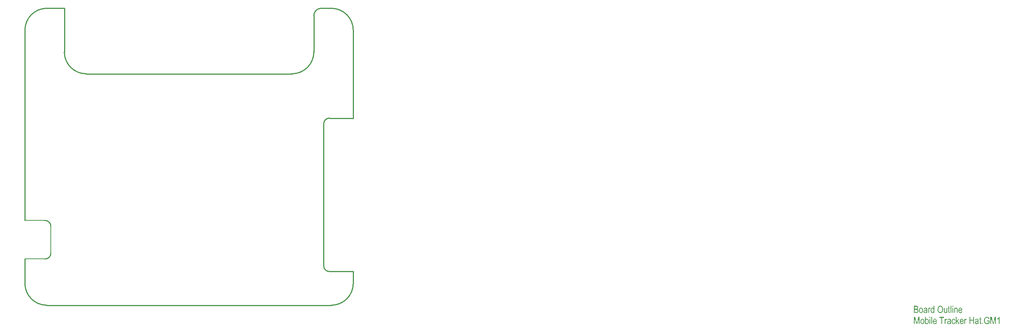
<source format=gm1>
G04*
G04 #@! TF.GenerationSoftware,Altium Limited,Altium Designer,21.5.0 (25)*
G04*
G04 Layer_Color=16777215*
%FSLAX25Y25*%
%MOIN*%
G70*
G04*
G04 #@! TF.SameCoordinates,B52814C9-DCD9-4C92-8852-15DF41944D51*
G04*
G04*
G04 #@! TF.FilePolarity,Positive*
G04*
G01*
G75*
%ADD12C,0.01000*%
%ADD13C,0.00787*%
G36*
X834811Y-1486D02*
X834178D01*
Y-595D01*
X834811D01*
Y-1486D01*
D02*
G37*
G36*
X817902Y-6905D02*
X817306D01*
Y-6337D01*
X817297Y-6346D01*
X817287Y-6365D01*
X817273Y-6388D01*
X817255Y-6416D01*
X817236Y-6448D01*
X817186Y-6522D01*
X817121Y-6601D01*
X817042Y-6688D01*
X816955Y-6767D01*
X816858Y-6841D01*
X816853D01*
X816844Y-6850D01*
X816830Y-6855D01*
X816811Y-6869D01*
X816788Y-6882D01*
X816756Y-6896D01*
X816687Y-6924D01*
X816599Y-6956D01*
X816497Y-6984D01*
X816391Y-7002D01*
X816276Y-7012D01*
X816248D01*
X816211Y-7007D01*
X816165Y-7002D01*
X816109Y-6993D01*
X816040Y-6979D01*
X815966Y-6961D01*
X815883Y-6933D01*
X815800Y-6901D01*
X815707Y-6859D01*
X815610Y-6808D01*
X815513Y-6748D01*
X815416Y-6679D01*
X815319Y-6596D01*
X815222Y-6499D01*
X815130Y-6388D01*
X815125Y-6379D01*
X815111Y-6360D01*
X815084Y-6323D01*
X815056Y-6273D01*
X815019Y-6208D01*
X814977Y-6129D01*
X814936Y-6037D01*
X814890Y-5931D01*
X814843Y-5815D01*
X814802Y-5681D01*
X814760Y-5538D01*
X814723Y-5376D01*
X814695Y-5210D01*
X814672Y-5025D01*
X814654Y-4831D01*
X814649Y-4623D01*
Y-4614D01*
Y-4591D01*
Y-4549D01*
X814654Y-4494D01*
Y-4425D01*
X814659Y-4351D01*
X814668Y-4263D01*
X814677Y-4166D01*
X814686Y-4064D01*
X814700Y-3963D01*
X814737Y-3741D01*
X814792Y-3519D01*
X814825Y-3408D01*
X814862Y-3306D01*
X814866Y-3302D01*
X814871Y-3283D01*
X814885Y-3256D01*
X814899Y-3219D01*
X814922Y-3173D01*
X814950Y-3122D01*
X814977Y-3062D01*
X815014Y-3002D01*
X815097Y-2868D01*
X815194Y-2734D01*
X815305Y-2609D01*
X815370Y-2549D01*
X815435Y-2498D01*
X815439Y-2493D01*
X815453Y-2489D01*
X815472Y-2475D01*
X815499Y-2456D01*
X815532Y-2438D01*
X815573Y-2415D01*
X815619Y-2392D01*
X815670Y-2364D01*
X815726Y-2341D01*
X815786Y-2318D01*
X815924Y-2276D01*
X815994Y-2258D01*
X816072Y-2244D01*
X816151Y-2239D01*
X816229Y-2235D01*
X816262D01*
X816285Y-2239D01*
X816312D01*
X816345Y-2244D01*
X816419Y-2253D01*
X816511Y-2276D01*
X816608Y-2304D01*
X816710Y-2346D01*
X816811Y-2401D01*
X816816D01*
X816825Y-2410D01*
X816839Y-2420D01*
X816858Y-2433D01*
X816904Y-2470D01*
X816969Y-2521D01*
X817038Y-2586D01*
X817112Y-2669D01*
X817190Y-2761D01*
X817260Y-2868D01*
Y-595D01*
X817902D01*
Y-6905D01*
D02*
G37*
G36*
X837624Y-2239D02*
X837652D01*
X837726Y-2248D01*
X837814Y-2262D01*
X837906Y-2286D01*
X838003Y-2313D01*
X838100Y-2355D01*
X838105D01*
X838114Y-2359D01*
X838123Y-2369D01*
X838142Y-2378D01*
X838193Y-2401D01*
X838248Y-2438D01*
X838317Y-2484D01*
X838387Y-2540D01*
X838451Y-2600D01*
X838516Y-2669D01*
X838525Y-2678D01*
X838544Y-2701D01*
X838572Y-2743D01*
X838604Y-2803D01*
X838641Y-2872D01*
X838682Y-2955D01*
X838719Y-3052D01*
X838752Y-3163D01*
Y-3168D01*
X838756Y-3177D01*
X838761Y-3196D01*
X838766Y-3219D01*
X838770Y-3251D01*
X838775Y-3293D01*
X838784Y-3339D01*
X838793Y-3394D01*
X838798Y-3459D01*
X838807Y-3528D01*
X838812Y-3602D01*
X838816Y-3685D01*
X838821Y-3778D01*
X838826Y-3879D01*
X838830Y-3986D01*
Y-4101D01*
Y-6905D01*
X838197D01*
Y-4124D01*
Y-4120D01*
Y-4101D01*
Y-4078D01*
Y-4041D01*
X838193Y-3999D01*
Y-3953D01*
X838188Y-3898D01*
Y-3842D01*
X838174Y-3722D01*
X838160Y-3602D01*
X838137Y-3487D01*
X838123Y-3436D01*
X838110Y-3390D01*
Y-3385D01*
X838105Y-3380D01*
X838091Y-3353D01*
X838073Y-3306D01*
X838045Y-3256D01*
X838003Y-3200D01*
X837957Y-3140D01*
X837902Y-3080D01*
X837837Y-3029D01*
X837828Y-3025D01*
X837805Y-3011D01*
X837768Y-2988D01*
X837717Y-2965D01*
X837657Y-2942D01*
X837583Y-2918D01*
X837504Y-2905D01*
X837417Y-2900D01*
X837375D01*
X837343Y-2905D01*
X837301Y-2909D01*
X837259Y-2918D01*
X837209Y-2928D01*
X837153Y-2942D01*
X837098Y-2960D01*
X837038Y-2983D01*
X836978Y-3011D01*
X836918Y-3043D01*
X836858Y-3085D01*
X836798Y-3131D01*
X836742Y-3182D01*
X836687Y-3242D01*
X836682Y-3246D01*
X836677Y-3256D01*
X836664Y-3279D01*
X836645Y-3306D01*
X836627Y-3348D01*
X836604Y-3394D01*
X836576Y-3450D01*
X836553Y-3514D01*
X836530Y-3593D01*
X836502Y-3676D01*
X836479Y-3773D01*
X836460Y-3879D01*
X836442Y-3995D01*
X836432Y-4124D01*
X836423Y-4263D01*
X836419Y-4411D01*
Y-6905D01*
X835786D01*
Y-2336D01*
X836359D01*
Y-2983D01*
X836363Y-2978D01*
X836368Y-2965D01*
X836382Y-2946D01*
X836396Y-2923D01*
X836414Y-2891D01*
X836437Y-2854D01*
X836497Y-2771D01*
X836571Y-2683D01*
X836654Y-2590D01*
X836751Y-2503D01*
X836858Y-2424D01*
X836862D01*
X836871Y-2415D01*
X836890Y-2406D01*
X836913Y-2396D01*
X836941Y-2378D01*
X836973Y-2364D01*
X837015Y-2346D01*
X837056Y-2327D01*
X837158Y-2295D01*
X837273Y-2262D01*
X837407Y-2244D01*
X837546Y-2235D01*
X837597D01*
X837624Y-2239D01*
D02*
G37*
G36*
X813919Y-2239D02*
X813947Y-2244D01*
X813984Y-2248D01*
X814021Y-2253D01*
X814067Y-2267D01*
X814164Y-2295D01*
X814275Y-2341D01*
X814330Y-2369D01*
X814390Y-2401D01*
X814455Y-2438D01*
X814515Y-2484D01*
X814298Y-3205D01*
X814293D01*
X814289Y-3196D01*
X814275Y-3191D01*
X814256Y-3177D01*
X814210Y-3149D01*
X814150Y-3117D01*
X814081Y-3089D01*
X814002Y-3062D01*
X813919Y-3043D01*
X813836Y-3034D01*
X813804D01*
X813762Y-3043D01*
X813711Y-3052D01*
X813656Y-3071D01*
X813591Y-3094D01*
X813527Y-3131D01*
X813462Y-3177D01*
X813453Y-3182D01*
X813434Y-3205D01*
X813406Y-3237D01*
X813369Y-3279D01*
X813332Y-3339D01*
X813296Y-3404D01*
X813259Y-3482D01*
X813231Y-3574D01*
Y-3579D01*
X813226Y-3593D01*
X813222Y-3621D01*
X813212Y-3653D01*
X813203Y-3695D01*
X813194Y-3741D01*
X813180Y-3796D01*
X813171Y-3856D01*
X813162Y-3926D01*
X813148Y-3999D01*
X813138Y-4078D01*
X813129Y-4161D01*
X813115Y-4332D01*
X813111Y-4517D01*
Y-6905D01*
X812478D01*
Y-2336D01*
X813051D01*
Y-3034D01*
X813055Y-3029D01*
X813060Y-3011D01*
X813074Y-2988D01*
X813088Y-2955D01*
X813106Y-2918D01*
X813129Y-2872D01*
X813180Y-2771D01*
X813245Y-2664D01*
X813309Y-2558D01*
X813346Y-2507D01*
X813379Y-2466D01*
X813416Y-2424D01*
X813448Y-2392D01*
X813457Y-2387D01*
X813480Y-2369D01*
X813517Y-2341D01*
X813568Y-2313D01*
X813633Y-2286D01*
X813702Y-2258D01*
X813781Y-2239D01*
X813864Y-2235D01*
X813896D01*
X813919Y-2239D01*
D02*
G37*
G36*
X829563Y-6905D02*
X828994D01*
Y-6240D01*
X828990Y-6245D01*
X828985Y-6259D01*
X828971Y-6277D01*
X828957Y-6305D01*
X828934Y-6337D01*
X828907Y-6374D01*
X828846Y-6457D01*
X828768Y-6554D01*
X828680Y-6651D01*
X828583Y-6739D01*
X828472Y-6822D01*
X828468D01*
X828458Y-6832D01*
X828444Y-6841D01*
X828421Y-6850D01*
X828394Y-6864D01*
X828361Y-6882D01*
X828320Y-6901D01*
X828278Y-6915D01*
X828181Y-6952D01*
X828066Y-6984D01*
X827941Y-7002D01*
X827802Y-7012D01*
X827761D01*
X827728Y-7007D01*
X827691Y-7002D01*
X827645Y-6998D01*
X827594Y-6993D01*
X827544Y-6984D01*
X827423Y-6956D01*
X827294Y-6910D01*
X827229Y-6887D01*
X827169Y-6855D01*
X827105Y-6818D01*
X827045Y-6776D01*
X827040Y-6771D01*
X827031Y-6767D01*
X827017Y-6753D01*
X826994Y-6735D01*
X826971Y-6707D01*
X826938Y-6679D01*
X826874Y-6610D01*
X826804Y-6522D01*
X826735Y-6420D01*
X826675Y-6300D01*
X826647Y-6236D01*
X826624Y-6171D01*
Y-6166D01*
X826620Y-6152D01*
X826615Y-6134D01*
X826610Y-6102D01*
X826601Y-6065D01*
X826592Y-6023D01*
X826583Y-5968D01*
X826573Y-5908D01*
X826564Y-5843D01*
X826555Y-5769D01*
X826546Y-5686D01*
X826536Y-5598D01*
X826532Y-5501D01*
X826527Y-5399D01*
X826523Y-5288D01*
Y-5173D01*
Y-2336D01*
X827156D01*
Y-4877D01*
Y-4887D01*
Y-4910D01*
Y-4942D01*
Y-4993D01*
Y-5048D01*
X827160Y-5113D01*
Y-5187D01*
X827165Y-5261D01*
X827174Y-5418D01*
X827183Y-5575D01*
X827192Y-5649D01*
X827202Y-5714D01*
X827211Y-5774D01*
X827225Y-5824D01*
Y-5829D01*
X827229Y-5834D01*
X827239Y-5861D01*
X827257Y-5908D01*
X827285Y-5958D01*
X827317Y-6019D01*
X827363Y-6083D01*
X827419Y-6148D01*
X827484Y-6203D01*
X827493Y-6208D01*
X827516Y-6226D01*
X827557Y-6250D01*
X827613Y-6273D01*
X827678Y-6300D01*
X827752Y-6323D01*
X827835Y-6342D01*
X827923Y-6346D01*
X827941D01*
X827969Y-6342D01*
X827996D01*
X828038Y-6333D01*
X828084Y-6328D01*
X828135Y-6314D01*
X828186Y-6300D01*
X828246Y-6282D01*
X828306Y-6254D01*
X828371Y-6226D01*
X828431Y-6189D01*
X828495Y-6148D01*
X828555Y-6097D01*
X828615Y-6037D01*
X828671Y-5972D01*
X828675Y-5968D01*
X828680Y-5958D01*
X828694Y-5935D01*
X828712Y-5908D01*
X828731Y-5871D01*
X828749Y-5824D01*
X828773Y-5769D01*
X828800Y-5704D01*
X828823Y-5626D01*
X828846Y-5543D01*
X828865Y-5446D01*
X828883Y-5335D01*
X828902Y-5219D01*
X828916Y-5085D01*
X828920Y-4942D01*
X828925Y-4789D01*
Y-2336D01*
X829563D01*
Y-6905D01*
D02*
G37*
G36*
X834811D02*
X834178D01*
Y-2336D01*
X834811D01*
Y-6905D01*
D02*
G37*
G36*
X833180D02*
X832547D01*
Y-595D01*
X833180D01*
Y-6905D01*
D02*
G37*
G36*
X810145Y-2239D02*
X810196D01*
X810251Y-2244D01*
X810316Y-2253D01*
X810385Y-2262D01*
X810533Y-2290D01*
X810685Y-2327D01*
X810838Y-2382D01*
X810907Y-2420D01*
X810972Y-2456D01*
X810976Y-2461D01*
X810986Y-2466D01*
X811004Y-2480D01*
X811027Y-2498D01*
X811083Y-2544D01*
X811152Y-2609D01*
X811226Y-2688D01*
X811295Y-2780D01*
X811355Y-2886D01*
X811378Y-2946D01*
X811397Y-3006D01*
Y-3011D01*
X811401Y-3020D01*
X811406Y-3039D01*
X811411Y-3066D01*
X811420Y-3103D01*
X811425Y-3145D01*
X811434Y-3191D01*
X811443Y-3246D01*
X811452Y-3311D01*
X811461Y-3385D01*
X811466Y-3464D01*
X811475Y-3547D01*
X811480Y-3639D01*
X811485Y-3741D01*
X811489Y-3847D01*
Y-3963D01*
Y-4993D01*
Y-4997D01*
Y-5007D01*
Y-5021D01*
Y-5039D01*
Y-5067D01*
Y-5094D01*
Y-5168D01*
Y-5252D01*
Y-5353D01*
X811494Y-5459D01*
Y-5570D01*
X811498Y-5806D01*
X811503Y-5917D01*
Y-6028D01*
X811508Y-6129D01*
X811512Y-6222D01*
X811522Y-6300D01*
Y-6333D01*
X811526Y-6360D01*
Y-6365D01*
Y-6374D01*
X811531Y-6388D01*
X811535Y-6407D01*
X811540Y-6434D01*
X811545Y-6462D01*
X811563Y-6536D01*
X811586Y-6619D01*
X811614Y-6707D01*
X811651Y-6808D01*
X811692Y-6905D01*
X811032D01*
Y-6901D01*
X811027Y-6896D01*
X811022Y-6882D01*
X811013Y-6864D01*
X811009Y-6841D01*
X810995Y-6813D01*
X810976Y-6748D01*
X810953Y-6665D01*
X810930Y-6573D01*
X810912Y-6467D01*
X810898Y-6346D01*
X810893Y-6351D01*
X810884Y-6360D01*
X810865Y-6379D01*
X810842Y-6402D01*
X810815Y-6430D01*
X810778Y-6462D01*
X810741Y-6494D01*
X810695Y-6531D01*
X810598Y-6614D01*
X810482Y-6698D01*
X810362Y-6776D01*
X810233Y-6845D01*
X810228D01*
X810219Y-6855D01*
X810200Y-6859D01*
X810172Y-6873D01*
X810140Y-6882D01*
X810103Y-6896D01*
X810062Y-6915D01*
X810015Y-6929D01*
X809904Y-6961D01*
X809784Y-6984D01*
X809655Y-7002D01*
X809516Y-7012D01*
X809489D01*
X809461Y-7007D01*
X809419D01*
X809369Y-7002D01*
X809313Y-6993D01*
X809248Y-6984D01*
X809179Y-6966D01*
X809105Y-6947D01*
X809031Y-6924D01*
X808953Y-6896D01*
X808874Y-6864D01*
X808800Y-6822D01*
X808722Y-6776D01*
X808652Y-6721D01*
X808583Y-6661D01*
X808578Y-6656D01*
X808569Y-6642D01*
X808551Y-6624D01*
X808528Y-6596D01*
X808505Y-6559D01*
X808472Y-6517D01*
X808445Y-6467D01*
X808412Y-6411D01*
X808380Y-6346D01*
X808348Y-6273D01*
X808315Y-6194D01*
X808292Y-6111D01*
X808269Y-6019D01*
X808251Y-5922D01*
X808241Y-5820D01*
X808237Y-5709D01*
Y-5704D01*
Y-5690D01*
Y-5672D01*
X808241Y-5640D01*
Y-5607D01*
X808246Y-5566D01*
X808251Y-5520D01*
X808255Y-5473D01*
X808278Y-5362D01*
X808306Y-5247D01*
X808343Y-5122D01*
X808398Y-5007D01*
Y-5002D01*
X808408Y-4993D01*
X808417Y-4979D01*
X808426Y-4956D01*
X808463Y-4900D01*
X808514Y-4831D01*
X808578Y-4757D01*
X808652Y-4679D01*
X808740Y-4600D01*
X808842Y-4531D01*
X808846D01*
X808856Y-4522D01*
X808874Y-4512D01*
X808897Y-4503D01*
X808925Y-4489D01*
X808962Y-4471D01*
X809008Y-4452D01*
X809059Y-4434D01*
X809114Y-4411D01*
X809179Y-4392D01*
X809248Y-4369D01*
X809327Y-4346D01*
X809410Y-4328D01*
X809503Y-4309D01*
X809600Y-4291D01*
X809706Y-4272D01*
X809715D01*
X809738Y-4267D01*
X809780Y-4263D01*
X809835Y-4254D01*
X809895Y-4240D01*
X809969Y-4231D01*
X810052Y-4212D01*
X810140Y-4198D01*
X810325Y-4157D01*
X810514Y-4110D01*
X810607Y-4087D01*
X810695Y-4060D01*
X810773Y-4032D01*
X810847Y-4004D01*
X810852Y-3810D01*
Y-3805D01*
Y-3792D01*
Y-3764D01*
X810847Y-3732D01*
Y-3695D01*
X810842Y-3653D01*
X810828Y-3551D01*
X810810Y-3441D01*
X810778Y-3334D01*
X810736Y-3233D01*
X810713Y-3186D01*
X810681Y-3149D01*
X810676Y-3145D01*
X810671Y-3136D01*
X810658Y-3122D01*
X810634Y-3108D01*
X810611Y-3085D01*
X810579Y-3062D01*
X810542Y-3039D01*
X810501Y-3011D01*
X810454Y-2983D01*
X810399Y-2960D01*
X810339Y-2937D01*
X810274Y-2914D01*
X810200Y-2900D01*
X810126Y-2886D01*
X810038Y-2877D01*
X809951Y-2872D01*
X809909D01*
X809877Y-2877D01*
X809840D01*
X809798Y-2881D01*
X809701Y-2895D01*
X809595Y-2918D01*
X809484Y-2951D01*
X809378Y-2997D01*
X809332Y-3025D01*
X809285Y-3057D01*
X809281D01*
X809276Y-3066D01*
X809267Y-3076D01*
X809248Y-3094D01*
X809230Y-3117D01*
X809212Y-3140D01*
X809188Y-3173D01*
X809165Y-3214D01*
X809138Y-3256D01*
X809114Y-3306D01*
X809087Y-3362D01*
X809059Y-3427D01*
X809036Y-3496D01*
X809008Y-3570D01*
X808985Y-3653D01*
X808967Y-3745D01*
X808343Y-3644D01*
Y-3635D01*
X808348Y-3611D01*
X808357Y-3574D01*
X808371Y-3524D01*
X808385Y-3464D01*
X808408Y-3394D01*
X808431Y-3316D01*
X808458Y-3233D01*
X808491Y-3149D01*
X808532Y-3057D01*
X808574Y-2969D01*
X808625Y-2881D01*
X808680Y-2794D01*
X808740Y-2715D01*
X808805Y-2641D01*
X808879Y-2572D01*
X808883Y-2567D01*
X808897Y-2558D01*
X808920Y-2540D01*
X808957Y-2521D01*
X808999Y-2493D01*
X809050Y-2466D01*
X809110Y-2433D01*
X809179Y-2401D01*
X809258Y-2373D01*
X809346Y-2341D01*
X809443Y-2313D01*
X809544Y-2286D01*
X809660Y-2267D01*
X809780Y-2248D01*
X809909Y-2239D01*
X810048Y-2235D01*
X810103D01*
X810145Y-2239D01*
D02*
G37*
G36*
X801718Y-599D02*
X801769D01*
X801824Y-604D01*
X801889Y-609D01*
X801958Y-618D01*
X802110Y-641D01*
X802263Y-673D01*
X802415Y-719D01*
X802489Y-747D01*
X802554Y-779D01*
X802559D01*
X802568Y-789D01*
X802586Y-798D01*
X802610Y-816D01*
X802642Y-835D01*
X802674Y-858D01*
X802753Y-918D01*
X802845Y-1001D01*
X802891Y-1047D01*
X802938Y-1098D01*
X802984Y-1154D01*
X803030Y-1218D01*
X803076Y-1283D01*
X803118Y-1352D01*
X803122Y-1357D01*
X803127Y-1371D01*
X803136Y-1389D01*
X803155Y-1422D01*
X803168Y-1459D01*
X803187Y-1500D01*
X803210Y-1551D01*
X803229Y-1606D01*
X803252Y-1666D01*
X803270Y-1731D01*
X803307Y-1874D01*
X803330Y-2036D01*
X803335Y-2119D01*
X803339Y-2207D01*
Y-2212D01*
Y-2225D01*
Y-2248D01*
X803335Y-2281D01*
Y-2318D01*
X803330Y-2364D01*
X803326Y-2415D01*
X803316Y-2466D01*
X803293Y-2590D01*
X803261Y-2720D01*
X803215Y-2858D01*
X803150Y-2992D01*
Y-2997D01*
X803141Y-3006D01*
X803132Y-3025D01*
X803113Y-3048D01*
X803095Y-3080D01*
X803071Y-3112D01*
X803011Y-3191D01*
X802938Y-3279D01*
X802845Y-3376D01*
X802739Y-3468D01*
X802614Y-3551D01*
X802619D01*
X802633Y-3561D01*
X802656Y-3570D01*
X802688Y-3584D01*
X802725Y-3602D01*
X802771Y-3625D01*
X802822Y-3648D01*
X802873Y-3681D01*
X802928Y-3718D01*
X802988Y-3759D01*
X803044Y-3805D01*
X803104Y-3856D01*
X803164Y-3912D01*
X803219Y-3972D01*
X803275Y-4036D01*
X803326Y-4110D01*
X803330Y-4115D01*
X803335Y-4129D01*
X803349Y-4152D01*
X803367Y-4180D01*
X803386Y-4217D01*
X803409Y-4263D01*
X803432Y-4318D01*
X803460Y-4378D01*
X803483Y-4448D01*
X803506Y-4522D01*
X803529Y-4600D01*
X803547Y-4683D01*
X803566Y-4776D01*
X803580Y-4873D01*
X803584Y-4974D01*
X803589Y-5081D01*
Y-5085D01*
Y-5104D01*
Y-5136D01*
X803584Y-5178D01*
X803580Y-5229D01*
X803575Y-5284D01*
X803570Y-5349D01*
X803561Y-5423D01*
X803547Y-5496D01*
X803533Y-5580D01*
X803492Y-5746D01*
X803464Y-5834D01*
X803432Y-5922D01*
X803395Y-6005D01*
X803353Y-6088D01*
X803349Y-6092D01*
X803344Y-6106D01*
X803330Y-6129D01*
X803312Y-6157D01*
X803289Y-6194D01*
X803256Y-6236D01*
X803224Y-6277D01*
X803187Y-6328D01*
X803095Y-6430D01*
X802988Y-6531D01*
X802864Y-6628D01*
X802799Y-6674D01*
X802725Y-6712D01*
X802720D01*
X802707Y-6721D01*
X802683Y-6730D01*
X802656Y-6744D01*
X802614Y-6758D01*
X802568Y-6771D01*
X802508Y-6790D01*
X802448Y-6808D01*
X802374Y-6827D01*
X802291Y-6845D01*
X802203Y-6859D01*
X802110Y-6873D01*
X802004Y-6887D01*
X801893Y-6896D01*
X801778Y-6901D01*
X801653Y-6905D01*
X799685D01*
Y-595D01*
X801676D01*
X801718Y-599D01*
D02*
G37*
G36*
X831327Y-2336D02*
X831970D01*
Y-2937D01*
X831327D01*
Y-5612D01*
Y-5616D01*
Y-5626D01*
Y-5649D01*
Y-5672D01*
Y-5700D01*
X831332Y-5732D01*
X831337Y-5811D01*
X831341Y-5889D01*
X831351Y-5968D01*
X831364Y-6037D01*
X831374Y-6065D01*
X831383Y-6088D01*
X831388Y-6092D01*
X831397Y-6111D01*
X831420Y-6134D01*
X831452Y-6162D01*
X831494Y-6194D01*
X831545Y-6217D01*
X831609Y-6236D01*
X831688Y-6240D01*
X831729D01*
X831762Y-6236D01*
X831803D01*
X831849Y-6226D01*
X831909Y-6222D01*
X831970Y-6213D01*
X832057Y-6896D01*
X832053D01*
X832043Y-6901D01*
X832030D01*
X832011Y-6905D01*
X831965Y-6919D01*
X831900Y-6929D01*
X831826Y-6943D01*
X831748Y-6956D01*
X831665Y-6961D01*
X831581Y-6966D01*
X831526D01*
X831498Y-6961D01*
X831466Y-6956D01*
X831392Y-6947D01*
X831304Y-6933D01*
X831217Y-6910D01*
X831129Y-6878D01*
X831046Y-6836D01*
X831036Y-6832D01*
X831013Y-6813D01*
X830976Y-6785D01*
X830935Y-6744D01*
X830888Y-6693D01*
X830842Y-6633D01*
X830801Y-6559D01*
X830768Y-6481D01*
Y-6476D01*
X830764Y-6471D01*
Y-6453D01*
X830759Y-6434D01*
X830750Y-6407D01*
X830745Y-6370D01*
X830741Y-6328D01*
X830731Y-6282D01*
X830727Y-6222D01*
X830718Y-6157D01*
X830713Y-6083D01*
X830708Y-6000D01*
X830704Y-5908D01*
X830699Y-5806D01*
X830694Y-5690D01*
Y-5570D01*
Y-2937D01*
X830228D01*
Y-2336D01*
X830694D01*
Y-1204D01*
X831327Y-738D01*
Y-2336D01*
D02*
G37*
G36*
X841408Y-2239D02*
X841459Y-2244D01*
X841524Y-2253D01*
X841593Y-2267D01*
X841676Y-2286D01*
X841764Y-2313D01*
X841856Y-2346D01*
X841953Y-2382D01*
X842055Y-2433D01*
X842157Y-2493D01*
X842258Y-2563D01*
X842360Y-2646D01*
X842457Y-2743D01*
X842549Y-2849D01*
X842554Y-2858D01*
X842572Y-2877D01*
X842596Y-2914D01*
X842623Y-2965D01*
X842660Y-3025D01*
X842702Y-3103D01*
X842748Y-3196D01*
X842794Y-3297D01*
X842836Y-3417D01*
X842882Y-3547D01*
X842924Y-3695D01*
X842961Y-3852D01*
X842988Y-4023D01*
X843016Y-4207D01*
X843030Y-4406D01*
X843034Y-4619D01*
Y-4822D01*
X840239D01*
Y-4831D01*
X840244Y-4854D01*
Y-4896D01*
X840249Y-4947D01*
X840258Y-5011D01*
X840267Y-5085D01*
X840281Y-5168D01*
X840300Y-5256D01*
X840341Y-5446D01*
X840369Y-5543D01*
X840401Y-5640D01*
X840443Y-5732D01*
X840484Y-5824D01*
X840535Y-5908D01*
X840590Y-5986D01*
X840595Y-5991D01*
X840604Y-6005D01*
X840623Y-6023D01*
X840646Y-6046D01*
X840678Y-6074D01*
X840715Y-6111D01*
X840757Y-6143D01*
X840808Y-6180D01*
X840863Y-6217D01*
X840919Y-6250D01*
X840983Y-6282D01*
X841053Y-6314D01*
X841126Y-6337D01*
X841200Y-6356D01*
X841284Y-6370D01*
X841367Y-6374D01*
X841399D01*
X841436Y-6370D01*
X841482Y-6360D01*
X841542Y-6346D01*
X841607Y-6323D01*
X841681Y-6296D01*
X841759Y-6259D01*
X841838Y-6208D01*
X841921Y-6143D01*
X842004Y-6069D01*
X842087Y-5977D01*
X842166Y-5871D01*
X842203Y-5811D01*
X842235Y-5746D01*
X842272Y-5677D01*
X842305Y-5603D01*
X842332Y-5520D01*
X842360Y-5436D01*
X843016Y-5533D01*
Y-5543D01*
X843007Y-5566D01*
X842997Y-5603D01*
X842984Y-5654D01*
X842965Y-5714D01*
X842942Y-5787D01*
X842914Y-5861D01*
X842877Y-5949D01*
X842840Y-6037D01*
X842799Y-6125D01*
X842748Y-6217D01*
X842693Y-6310D01*
X842633Y-6402D01*
X842568Y-6485D01*
X842499Y-6568D01*
X842420Y-6642D01*
X842415Y-6647D01*
X842402Y-6656D01*
X842379Y-6674D01*
X842346Y-6698D01*
X842305Y-6730D01*
X842254Y-6758D01*
X842194Y-6795D01*
X842129Y-6827D01*
X842055Y-6859D01*
X841977Y-6896D01*
X841889Y-6924D01*
X841796Y-6952D01*
X841695Y-6979D01*
X841588Y-6998D01*
X841478Y-7007D01*
X841362Y-7012D01*
X841325D01*
X841284Y-7007D01*
X841228Y-7002D01*
X841163Y-6993D01*
X841085Y-6979D01*
X840997Y-6961D01*
X840905Y-6938D01*
X840803Y-6905D01*
X840697Y-6864D01*
X840590Y-6818D01*
X840484Y-6758D01*
X840378Y-6688D01*
X840272Y-6610D01*
X840170Y-6517D01*
X840073Y-6411D01*
X840069Y-6402D01*
X840050Y-6383D01*
X840027Y-6346D01*
X839995Y-6300D01*
X839958Y-6236D01*
X839916Y-6157D01*
X839874Y-6069D01*
X839828Y-5968D01*
X839782Y-5847D01*
X839740Y-5718D01*
X839699Y-5575D01*
X839662Y-5418D01*
X839630Y-5252D01*
X839606Y-5067D01*
X839588Y-4873D01*
X839583Y-4665D01*
Y-4660D01*
Y-4651D01*
Y-4637D01*
Y-4614D01*
Y-4586D01*
X839588Y-4549D01*
Y-4512D01*
X839593Y-4471D01*
X839597Y-4369D01*
X839611Y-4258D01*
X839625Y-4134D01*
X839643Y-3995D01*
X839671Y-3852D01*
X839703Y-3704D01*
X839745Y-3551D01*
X839791Y-3404D01*
X839847Y-3256D01*
X839916Y-3117D01*
X839990Y-2983D01*
X840078Y-2858D01*
X840082Y-2849D01*
X840101Y-2831D01*
X840129Y-2803D01*
X840166Y-2761D01*
X840216Y-2715D01*
X840276Y-2660D01*
X840346Y-2604D01*
X840424Y-2544D01*
X840507Y-2489D01*
X840604Y-2433D01*
X840711Y-2378D01*
X840821Y-2332D01*
X840942Y-2290D01*
X841066Y-2262D01*
X841200Y-2239D01*
X841339Y-2235D01*
X841371D01*
X841408Y-2239D01*
D02*
G37*
G36*
X823349Y-488D02*
X823400D01*
X823460Y-498D01*
X823529Y-502D01*
X823607Y-516D01*
X823695Y-530D01*
X823792Y-553D01*
X823889Y-576D01*
X823991Y-609D01*
X824097Y-645D01*
X824208Y-692D01*
X824314Y-742D01*
X824425Y-802D01*
X824531Y-872D01*
X824536Y-876D01*
X824555Y-890D01*
X824587Y-913D01*
X824624Y-946D01*
X824670Y-983D01*
X824725Y-1034D01*
X824790Y-1094D01*
X824855Y-1158D01*
X824924Y-1232D01*
X824998Y-1315D01*
X825072Y-1408D01*
X825146Y-1509D01*
X825220Y-1620D01*
X825289Y-1740D01*
X825358Y-1865D01*
X825423Y-1999D01*
X825428Y-2008D01*
X825437Y-2031D01*
X825455Y-2073D01*
X825474Y-2128D01*
X825502Y-2202D01*
X825529Y-2286D01*
X825557Y-2382D01*
X825589Y-2493D01*
X825622Y-2618D01*
X825649Y-2752D01*
X825677Y-2895D01*
X825705Y-3052D01*
X825723Y-3214D01*
X825742Y-3385D01*
X825751Y-3565D01*
X825756Y-3755D01*
Y-3759D01*
Y-3768D01*
Y-3792D01*
Y-3815D01*
Y-3852D01*
X825751Y-3889D01*
Y-3935D01*
X825747Y-3986D01*
X825742Y-4046D01*
X825737Y-4106D01*
X825728Y-4175D01*
X825723Y-4244D01*
X825700Y-4402D01*
X825677Y-4568D01*
X825640Y-4743D01*
X825599Y-4928D01*
X825548Y-5122D01*
X825488Y-5312D01*
X825414Y-5501D01*
X825331Y-5690D01*
X825229Y-5871D01*
X825118Y-6042D01*
Y-6046D01*
X825109Y-6051D01*
X825100Y-6065D01*
X825086Y-6083D01*
X825044Y-6129D01*
X824989Y-6194D01*
X824920Y-6268D01*
X824836Y-6346D01*
X824739Y-6434D01*
X824624Y-6527D01*
X824499Y-6619D01*
X824360Y-6707D01*
X824208Y-6785D01*
X824046Y-6859D01*
X823871Y-6924D01*
X823686Y-6970D01*
X823589Y-6989D01*
X823487Y-7002D01*
X823386Y-7007D01*
X823279Y-7012D01*
X823229D01*
X823201Y-7007D01*
X823168D01*
X823131Y-7002D01*
X823090Y-6998D01*
X822993Y-6979D01*
X822882Y-6961D01*
X822757Y-6929D01*
X822619Y-6887D01*
X822476Y-6836D01*
X822328Y-6767D01*
X822171Y-6688D01*
X822018Y-6591D01*
X821940Y-6536D01*
X821866Y-6476D01*
X821792Y-6411D01*
X821718Y-6342D01*
X821644Y-6268D01*
X821570Y-6189D01*
X821501Y-6106D01*
X821436Y-6014D01*
Y-6009D01*
X821431Y-6005D01*
X821422Y-5991D01*
X821408Y-5972D01*
X821394Y-5949D01*
X821376Y-5922D01*
X821358Y-5889D01*
X821339Y-5852D01*
X821288Y-5764D01*
X821237Y-5663D01*
X821182Y-5538D01*
X821122Y-5404D01*
X821062Y-5252D01*
X821006Y-5085D01*
X820955Y-4905D01*
X820905Y-4716D01*
X820868Y-4508D01*
X820835Y-4295D01*
X820817Y-4069D01*
X820808Y-3833D01*
Y-3829D01*
Y-3815D01*
Y-3792D01*
Y-3764D01*
X820812Y-3722D01*
Y-3681D01*
X820817Y-3625D01*
Y-3565D01*
X820821Y-3501D01*
X820831Y-3431D01*
X820835Y-3357D01*
X820845Y-3279D01*
X820868Y-3103D01*
X820895Y-2918D01*
X820932Y-2720D01*
X820979Y-2517D01*
X821039Y-2313D01*
X821108Y-2105D01*
X821187Y-1902D01*
X821284Y-1708D01*
X821390Y-1523D01*
X821515Y-1352D01*
Y-1348D01*
X821524Y-1343D01*
X821547Y-1315D01*
X821589Y-1274D01*
X821644Y-1218D01*
X821713Y-1149D01*
X821796Y-1075D01*
X821893Y-1001D01*
X822004Y-918D01*
X822124Y-835D01*
X822258Y-756D01*
X822406Y-687D01*
X822563Y-618D01*
X822730Y-562D01*
X822905Y-521D01*
X823090Y-493D01*
X823187Y-488D01*
X823284Y-484D01*
X823316D01*
X823349Y-488D01*
D02*
G37*
G36*
X806024Y-2239D02*
X806075Y-2244D01*
X806139Y-2253D01*
X806213Y-2267D01*
X806296Y-2286D01*
X806389Y-2309D01*
X806486Y-2341D01*
X806583Y-2382D01*
X806689Y-2433D01*
X806795Y-2489D01*
X806901Y-2558D01*
X807003Y-2641D01*
X807105Y-2734D01*
X807202Y-2840D01*
X807206Y-2844D01*
X807225Y-2868D01*
X807248Y-2905D01*
X807280Y-2951D01*
X807317Y-3015D01*
X807364Y-3089D01*
X807405Y-3177D01*
X807456Y-3283D01*
X807502Y-3399D01*
X807548Y-3528D01*
X807590Y-3672D01*
X807627Y-3824D01*
X807659Y-3995D01*
X807682Y-4175D01*
X807701Y-4369D01*
X807705Y-4577D01*
Y-4582D01*
Y-4591D01*
Y-4609D01*
Y-4632D01*
Y-4660D01*
X807701Y-4693D01*
Y-4734D01*
X807696Y-4780D01*
X807691Y-4882D01*
X807678Y-4997D01*
X807664Y-5127D01*
X807645Y-5270D01*
X807618Y-5418D01*
X807585Y-5566D01*
X807544Y-5718D01*
X807493Y-5871D01*
X807437Y-6019D01*
X807373Y-6162D01*
X807294Y-6291D01*
X807206Y-6411D01*
X807202Y-6416D01*
X807183Y-6439D01*
X807156Y-6467D01*
X807119Y-6504D01*
X807068Y-6550D01*
X807008Y-6601D01*
X806943Y-6656D01*
X806864Y-6712D01*
X806777Y-6767D01*
X806684Y-6822D01*
X806578Y-6873D01*
X806467Y-6919D01*
X806347Y-6956D01*
X806222Y-6984D01*
X806088Y-7007D01*
X805950Y-7012D01*
X805917D01*
X805876Y-7007D01*
X805825Y-7002D01*
X805760Y-6993D01*
X805686Y-6979D01*
X805603Y-6961D01*
X805511Y-6938D01*
X805414Y-6905D01*
X805312Y-6864D01*
X805206Y-6818D01*
X805104Y-6758D01*
X804998Y-6688D01*
X804892Y-6610D01*
X804790Y-6517D01*
X804693Y-6411D01*
X804688Y-6402D01*
X804670Y-6383D01*
X804647Y-6346D01*
X804615Y-6296D01*
X804578Y-6236D01*
X804536Y-6157D01*
X804490Y-6065D01*
X804444Y-5958D01*
X804397Y-5843D01*
X804351Y-5709D01*
X804310Y-5561D01*
X804273Y-5399D01*
X804240Y-5229D01*
X804217Y-5039D01*
X804199Y-4840D01*
X804194Y-4623D01*
Y-4619D01*
Y-4609D01*
Y-4595D01*
Y-4572D01*
Y-4545D01*
X804199Y-4508D01*
Y-4471D01*
X804203Y-4429D01*
X804208Y-4332D01*
X804222Y-4217D01*
X804236Y-4092D01*
X804254Y-3958D01*
X804282Y-3815D01*
X804314Y-3667D01*
X804356Y-3519D01*
X804402Y-3371D01*
X804457Y-3228D01*
X804527Y-3089D01*
X804601Y-2960D01*
X804688Y-2840D01*
X804693Y-2831D01*
X804712Y-2812D01*
X804739Y-2785D01*
X804776Y-2743D01*
X804827Y-2701D01*
X804887Y-2651D01*
X804957Y-2595D01*
X805035Y-2535D01*
X805118Y-2480D01*
X805215Y-2424D01*
X805321Y-2373D01*
X805432Y-2327D01*
X805552Y-2290D01*
X805677Y-2262D01*
X805811Y-2239D01*
X805950Y-2235D01*
X805982D01*
X806024Y-2239D01*
D02*
G37*
G36*
X814312Y-11486D02*
X813679D01*
Y-10595D01*
X814312D01*
Y-11486D01*
D02*
G37*
G36*
X865312Y-10488D02*
X865358D01*
X865418Y-10493D01*
X865483Y-10502D01*
X865552Y-10511D01*
X865626Y-10521D01*
X865709Y-10535D01*
X865876Y-10571D01*
X866042Y-10627D01*
X866125Y-10659D01*
X866208Y-10696D01*
X866213Y-10701D01*
X866227Y-10706D01*
X866250Y-10719D01*
X866278Y-10733D01*
X866315Y-10756D01*
X866356Y-10784D01*
X866403Y-10816D01*
X866458Y-10849D01*
X866569Y-10937D01*
X866684Y-11038D01*
X866800Y-11158D01*
X866911Y-11297D01*
X866915Y-11301D01*
X866924Y-11315D01*
X866938Y-11338D01*
X866957Y-11366D01*
X866980Y-11408D01*
X867008Y-11454D01*
X867035Y-11509D01*
X867068Y-11574D01*
X867100Y-11643D01*
X867132Y-11722D01*
X867169Y-11810D01*
X867202Y-11907D01*
X867239Y-12008D01*
X867271Y-12115D01*
X867299Y-12230D01*
X867327Y-12355D01*
X866712Y-12563D01*
Y-12558D01*
X866707Y-12540D01*
X866698Y-12512D01*
X866689Y-12475D01*
X866680Y-12433D01*
X866661Y-12382D01*
X866647Y-12323D01*
X866624Y-12262D01*
X866583Y-12133D01*
X866527Y-12004D01*
X866467Y-11879D01*
X866435Y-11819D01*
X866398Y-11768D01*
Y-11763D01*
X866389Y-11754D01*
X866379Y-11740D01*
X866366Y-11727D01*
X866319Y-11676D01*
X866264Y-11616D01*
X866190Y-11551D01*
X866107Y-11482D01*
X866005Y-11412D01*
X865894Y-11352D01*
X865890D01*
X865880Y-11348D01*
X865862Y-11338D01*
X865839Y-11329D01*
X865811Y-11315D01*
X865774Y-11306D01*
X865737Y-11292D01*
X865691Y-11274D01*
X865589Y-11246D01*
X865469Y-11223D01*
X865340Y-11204D01*
X865201Y-11200D01*
X865146D01*
X865109Y-11204D01*
X865058Y-11209D01*
X865003Y-11214D01*
X864938Y-11223D01*
X864869Y-11232D01*
X864795Y-11251D01*
X864716Y-11269D01*
X864638Y-11288D01*
X864555Y-11315D01*
X864471Y-11348D01*
X864388Y-11385D01*
X864310Y-11426D01*
X864231Y-11477D01*
X864226Y-11482D01*
X864213Y-11491D01*
X864194Y-11505D01*
X864162Y-11528D01*
X864129Y-11556D01*
X864088Y-11592D01*
X864046Y-11634D01*
X863995Y-11685D01*
X863945Y-11740D01*
X863894Y-11805D01*
X863838Y-11874D01*
X863783Y-11948D01*
X863727Y-12036D01*
X863677Y-12124D01*
X863626Y-12221D01*
X863575Y-12327D01*
X863570Y-12332D01*
X863566Y-12355D01*
X863552Y-12387D01*
X863538Y-12429D01*
X863520Y-12484D01*
X863496Y-12553D01*
X863473Y-12632D01*
X863455Y-12720D01*
X863432Y-12817D01*
X863409Y-12923D01*
X863386Y-13039D01*
X863367Y-13163D01*
X863353Y-13293D01*
X863339Y-13436D01*
X863335Y-13579D01*
X863330Y-13732D01*
Y-13736D01*
Y-13745D01*
Y-13764D01*
Y-13787D01*
Y-13815D01*
X863335Y-13852D01*
Y-13893D01*
X863339Y-13939D01*
X863344Y-13990D01*
X863349Y-14046D01*
X863358Y-14166D01*
X863376Y-14300D01*
X863395Y-14443D01*
X863423Y-14595D01*
X863459Y-14753D01*
X863501Y-14910D01*
X863552Y-15067D01*
X863612Y-15219D01*
X863681Y-15367D01*
X863764Y-15506D01*
X863857Y-15630D01*
X863861Y-15635D01*
X863880Y-15658D01*
X863912Y-15690D01*
X863954Y-15727D01*
X864005Y-15778D01*
X864069Y-15829D01*
X864143Y-15885D01*
X864226Y-15945D01*
X864324Y-16005D01*
X864425Y-16060D01*
X864541Y-16111D01*
X864661Y-16162D01*
X864795Y-16199D01*
X864933Y-16231D01*
X865081Y-16250D01*
X865234Y-16259D01*
X865275D01*
X865303Y-16254D01*
X865340D01*
X865386Y-16250D01*
X865432Y-16245D01*
X865488Y-16236D01*
X865548Y-16226D01*
X865612Y-16213D01*
X865756Y-16180D01*
X865903Y-16134D01*
X866061Y-16069D01*
X866065Y-16065D01*
X866079Y-16060D01*
X866102Y-16051D01*
X866130Y-16032D01*
X866167Y-16014D01*
X866208Y-15995D01*
X866255Y-15968D01*
X866305Y-15940D01*
X866412Y-15871D01*
X866527Y-15792D01*
X866638Y-15704D01*
X866740Y-15607D01*
Y-14429D01*
X865220D01*
Y-13685D01*
X867410Y-13681D01*
Y-16028D01*
X867405Y-16032D01*
X867387Y-16051D01*
X867359Y-16074D01*
X867322Y-16106D01*
X867276Y-16148D01*
X867220Y-16194D01*
X867160Y-16250D01*
X867091Y-16305D01*
X867017Y-16360D01*
X866934Y-16425D01*
X866846Y-16485D01*
X866758Y-16545D01*
X866564Y-16665D01*
X866467Y-16716D01*
X866366Y-16767D01*
X866361Y-16771D01*
X866342Y-16776D01*
X866315Y-16790D01*
X866273Y-16804D01*
X866222Y-16822D01*
X866167Y-16845D01*
X866102Y-16869D01*
X866028Y-16887D01*
X865945Y-16910D01*
X865862Y-16933D01*
X865769Y-16956D01*
X865672Y-16975D01*
X865474Y-17003D01*
X865368Y-17007D01*
X865261Y-17012D01*
X865229D01*
X865187Y-17007D01*
X865132D01*
X865067Y-16998D01*
X864989Y-16993D01*
X864906Y-16979D01*
X864809Y-16966D01*
X864707Y-16942D01*
X864596Y-16919D01*
X864485Y-16887D01*
X864370Y-16850D01*
X864254Y-16808D01*
X864139Y-16758D01*
X864023Y-16698D01*
X863908Y-16633D01*
X863903Y-16628D01*
X863880Y-16614D01*
X863852Y-16591D01*
X863811Y-16564D01*
X863760Y-16522D01*
X863704Y-16476D01*
X863640Y-16416D01*
X863570Y-16351D01*
X863496Y-16277D01*
X863418Y-16199D01*
X863339Y-16106D01*
X863261Y-16009D01*
X863187Y-15898D01*
X863108Y-15783D01*
X863039Y-15663D01*
X862970Y-15529D01*
X862965Y-15519D01*
X862956Y-15496D01*
X862938Y-15455D01*
X862914Y-15399D01*
X862891Y-15330D01*
X862859Y-15242D01*
X862831Y-15145D01*
X862799Y-15034D01*
X862766Y-14914D01*
X862734Y-14780D01*
X862702Y-14637D01*
X862679Y-14485D01*
X862656Y-14323D01*
X862637Y-14147D01*
X862628Y-13967D01*
X862623Y-13782D01*
Y-13778D01*
Y-13769D01*
Y-13755D01*
Y-13736D01*
Y-13713D01*
X862628Y-13681D01*
Y-13648D01*
Y-13607D01*
X862632Y-13519D01*
X862642Y-13413D01*
X862651Y-13297D01*
X862665Y-13168D01*
X862683Y-13034D01*
X862706Y-12886D01*
X862734Y-12738D01*
X862771Y-12586D01*
X862808Y-12433D01*
X862854Y-12276D01*
X862910Y-12128D01*
X862970Y-11981D01*
X862974Y-11971D01*
X862984Y-11948D01*
X863007Y-11907D01*
X863035Y-11856D01*
X863067Y-11791D01*
X863108Y-11717D01*
X863159Y-11639D01*
X863215Y-11551D01*
X863275Y-11458D01*
X863344Y-11366D01*
X863418Y-11274D01*
X863501Y-11181D01*
X863589Y-11089D01*
X863681Y-11001D01*
X863778Y-10923D01*
X863880Y-10849D01*
X863885Y-10844D01*
X863908Y-10835D01*
X863935Y-10816D01*
X863982Y-10793D01*
X864032Y-10766D01*
X864097Y-10733D01*
X864176Y-10701D01*
X864259Y-10664D01*
X864351Y-10632D01*
X864453Y-10599D01*
X864564Y-10567D01*
X864679Y-10539D01*
X864804Y-10516D01*
X864938Y-10498D01*
X865072Y-10488D01*
X865215Y-10484D01*
X865271D01*
X865312Y-10488D01*
D02*
G37*
G36*
X846463Y-12239D02*
X846490Y-12244D01*
X846527Y-12248D01*
X846564Y-12253D01*
X846610Y-12267D01*
X846707Y-12295D01*
X846818Y-12341D01*
X846874Y-12369D01*
X846934Y-12401D01*
X846999Y-12438D01*
X847058Y-12484D01*
X846841Y-13205D01*
X846837D01*
X846832Y-13196D01*
X846818Y-13191D01*
X846800Y-13177D01*
X846754Y-13149D01*
X846694Y-13117D01*
X846624Y-13089D01*
X846546Y-13062D01*
X846463Y-13043D01*
X846379Y-13034D01*
X846347D01*
X846305Y-13043D01*
X846255Y-13052D01*
X846199Y-13071D01*
X846134Y-13094D01*
X846070Y-13131D01*
X846005Y-13177D01*
X845996Y-13182D01*
X845977Y-13205D01*
X845950Y-13237D01*
X845913Y-13279D01*
X845876Y-13339D01*
X845839Y-13404D01*
X845802Y-13482D01*
X845774Y-13575D01*
Y-13579D01*
X845770Y-13593D01*
X845765Y-13621D01*
X845756Y-13653D01*
X845746Y-13695D01*
X845737Y-13741D01*
X845723Y-13796D01*
X845714Y-13856D01*
X845705Y-13926D01*
X845691Y-13999D01*
X845682Y-14078D01*
X845673Y-14161D01*
X845659Y-14332D01*
X845654Y-14517D01*
Y-16905D01*
X845021D01*
Y-12336D01*
X845594D01*
Y-13034D01*
X845599Y-13029D01*
X845603Y-13011D01*
X845617Y-12988D01*
X845631Y-12955D01*
X845649Y-12918D01*
X845673Y-12872D01*
X845723Y-12771D01*
X845788Y-12664D01*
X845853Y-12558D01*
X845890Y-12507D01*
X845922Y-12466D01*
X845959Y-12424D01*
X845991Y-12392D01*
X846000Y-12387D01*
X846024Y-12369D01*
X846061Y-12341D01*
X846111Y-12313D01*
X846176Y-12286D01*
X846245Y-12258D01*
X846324Y-12239D01*
X846407Y-12235D01*
X846439D01*
X846463Y-12239D01*
D02*
G37*
G36*
X828782D02*
X828810Y-12244D01*
X828846Y-12248D01*
X828883Y-12253D01*
X828930Y-12267D01*
X829027Y-12295D01*
X829138Y-12341D01*
X829193Y-12369D01*
X829253Y-12401D01*
X829318Y-12438D01*
X829378Y-12484D01*
X829161Y-13205D01*
X829156D01*
X829151Y-13196D01*
X829138Y-13191D01*
X829119Y-13177D01*
X829073Y-13149D01*
X829013Y-13117D01*
X828944Y-13089D01*
X828865Y-13062D01*
X828782Y-13043D01*
X828699Y-13034D01*
X828666D01*
X828625Y-13043D01*
X828574Y-13052D01*
X828518Y-13071D01*
X828454Y-13094D01*
X828389Y-13131D01*
X828324Y-13177D01*
X828315Y-13182D01*
X828297Y-13205D01*
X828269Y-13237D01*
X828232Y-13279D01*
X828195Y-13339D01*
X828158Y-13404D01*
X828121Y-13482D01*
X828093Y-13575D01*
Y-13579D01*
X828089Y-13593D01*
X828084Y-13621D01*
X828075Y-13653D01*
X828066Y-13695D01*
X828057Y-13741D01*
X828043Y-13796D01*
X828033Y-13856D01*
X828024Y-13926D01*
X828010Y-13999D01*
X828001Y-14078D01*
X827992Y-14161D01*
X827978Y-14332D01*
X827973Y-14517D01*
Y-16905D01*
X827340D01*
Y-12336D01*
X827913D01*
Y-13034D01*
X827918Y-13029D01*
X827923Y-13011D01*
X827936Y-12988D01*
X827950Y-12955D01*
X827969Y-12919D01*
X827992Y-12872D01*
X828043Y-12771D01*
X828107Y-12664D01*
X828172Y-12558D01*
X828209Y-12507D01*
X828241Y-12466D01*
X828278Y-12424D01*
X828311Y-12392D01*
X828320Y-12387D01*
X828343Y-12369D01*
X828380Y-12341D01*
X828431Y-12313D01*
X828495Y-12286D01*
X828565Y-12258D01*
X828643Y-12239D01*
X828726Y-12235D01*
X828759D01*
X828782Y-12239D01*
D02*
G37*
G36*
X853577Y-16905D02*
X852894D01*
Y-13930D01*
X850205D01*
Y-16905D01*
X849521D01*
Y-10595D01*
X850205D01*
Y-13186D01*
X852894D01*
Y-10595D01*
X853577D01*
Y-16905D01*
D02*
G37*
G36*
X835384Y-12239D02*
X835435Y-12244D01*
X835490Y-12253D01*
X835555Y-12267D01*
X835629Y-12281D01*
X835703Y-12299D01*
X835781Y-12323D01*
X835864Y-12355D01*
X835947Y-12387D01*
X836031Y-12429D01*
X836109Y-12479D01*
X836188Y-12535D01*
X836266Y-12600D01*
X836271Y-12604D01*
X836285Y-12618D01*
X836303Y-12637D01*
X836331Y-12669D01*
X836363Y-12706D01*
X836400Y-12752D01*
X836437Y-12808D01*
X836479Y-12868D01*
X836525Y-12942D01*
X836567Y-13020D01*
X836608Y-13113D01*
X836650Y-13209D01*
X836691Y-13311D01*
X836724Y-13427D01*
X836756Y-13551D01*
X836779Y-13681D01*
X836165Y-13792D01*
Y-13787D01*
X836160Y-13773D01*
X836155Y-13750D01*
X836146Y-13718D01*
X836137Y-13676D01*
X836123Y-13634D01*
X836109Y-13588D01*
X836091Y-13533D01*
X836044Y-13422D01*
X835989Y-13307D01*
X835924Y-13200D01*
X835887Y-13149D01*
X835846Y-13103D01*
X835841Y-13099D01*
X835837Y-13094D01*
X835823Y-13080D01*
X835804Y-13066D01*
X835758Y-13029D01*
X835698Y-12988D01*
X835619Y-12946D01*
X835527Y-12909D01*
X835425Y-12881D01*
X835370Y-12877D01*
X835310Y-12872D01*
X835291D01*
X835264Y-12877D01*
X835231D01*
X835194Y-12886D01*
X835148Y-12895D01*
X835093Y-12909D01*
X835037Y-12923D01*
X834977Y-12946D01*
X834917Y-12974D01*
X834853Y-13006D01*
X834788Y-13048D01*
X834719Y-13094D01*
X834654Y-13149D01*
X834594Y-13214D01*
X834534Y-13288D01*
X834529Y-13293D01*
X834520Y-13307D01*
X834506Y-13334D01*
X834488Y-13367D01*
X834464Y-13413D01*
X834437Y-13468D01*
X834409Y-13533D01*
X834381Y-13607D01*
X834354Y-13695D01*
X834326Y-13792D01*
X834298Y-13903D01*
X834275Y-14023D01*
X834256Y-14152D01*
X834243Y-14291D01*
X834233Y-14443D01*
X834229Y-14609D01*
Y-14614D01*
Y-14619D01*
Y-14633D01*
Y-14651D01*
Y-14697D01*
X834233Y-14762D01*
X834238Y-14840D01*
X834243Y-14928D01*
X834252Y-15025D01*
X834266Y-15127D01*
X834280Y-15238D01*
X834298Y-15349D01*
X834326Y-15459D01*
X834354Y-15570D01*
X834386Y-15681D01*
X834423Y-15783D01*
X834469Y-15875D01*
X834520Y-15958D01*
X834525Y-15963D01*
X834534Y-15977D01*
X834552Y-15995D01*
X834575Y-16023D01*
X834603Y-16055D01*
X834640Y-16088D01*
X834677Y-16129D01*
X834728Y-16166D01*
X834779Y-16203D01*
X834834Y-16240D01*
X834899Y-16277D01*
X834963Y-16309D01*
X835037Y-16337D01*
X835111Y-16356D01*
X835194Y-16370D01*
X835277Y-16374D01*
X835314D01*
X835338Y-16370D01*
X835370Y-16365D01*
X835407Y-16360D01*
X835490Y-16342D01*
X835587Y-16309D01*
X835638Y-16286D01*
X835689Y-16259D01*
X835740Y-16226D01*
X835795Y-16189D01*
X835841Y-16148D01*
X835892Y-16102D01*
X835897Y-16097D01*
X835901Y-16088D01*
X835915Y-16074D01*
X835934Y-16051D01*
X835952Y-16018D01*
X835980Y-15981D01*
X836003Y-15940D01*
X836031Y-15889D01*
X836058Y-15834D01*
X836086Y-15769D01*
X836114Y-15700D01*
X836141Y-15621D01*
X836165Y-15533D01*
X836188Y-15441D01*
X836206Y-15344D01*
X836220Y-15238D01*
X836844Y-15335D01*
Y-15344D01*
X836839Y-15372D01*
X836830Y-15413D01*
X836821Y-15469D01*
X836807Y-15538D01*
X836784Y-15617D01*
X836761Y-15704D01*
X836733Y-15797D01*
X836701Y-15898D01*
X836664Y-16000D01*
X836617Y-16102D01*
X836567Y-16208D01*
X836511Y-16309D01*
X836446Y-16407D01*
X836377Y-16499D01*
X836298Y-16582D01*
X836294Y-16587D01*
X836280Y-16601D01*
X836257Y-16624D01*
X836220Y-16647D01*
X836178Y-16684D01*
X836132Y-16716D01*
X836072Y-16758D01*
X836007Y-16795D01*
X835938Y-16836D01*
X835855Y-16878D01*
X835772Y-16910D01*
X835680Y-16942D01*
X835582Y-16970D01*
X835481Y-16993D01*
X835375Y-17007D01*
X835264Y-17012D01*
X835231D01*
X835194Y-17007D01*
X835139Y-17003D01*
X835079Y-16993D01*
X835005Y-16979D01*
X834922Y-16961D01*
X834834Y-16938D01*
X834742Y-16905D01*
X834645Y-16864D01*
X834543Y-16818D01*
X834441Y-16758D01*
X834340Y-16688D01*
X834238Y-16610D01*
X834141Y-16517D01*
X834049Y-16411D01*
X834044Y-16402D01*
X834030Y-16383D01*
X834007Y-16346D01*
X833975Y-16296D01*
X833938Y-16236D01*
X833901Y-16157D01*
X833859Y-16065D01*
X833813Y-15958D01*
X833771Y-15843D01*
X833725Y-15709D01*
X833688Y-15561D01*
X833651Y-15399D01*
X833619Y-15228D01*
X833596Y-15039D01*
X833582Y-14840D01*
X833577Y-14623D01*
Y-14619D01*
Y-14609D01*
Y-14591D01*
Y-14572D01*
Y-14545D01*
X833582Y-14508D01*
Y-14471D01*
X833587Y-14429D01*
X833591Y-14327D01*
X833601Y-14217D01*
X833619Y-14087D01*
X833637Y-13953D01*
X833661Y-13810D01*
X833693Y-13662D01*
X833734Y-13514D01*
X833776Y-13367D01*
X833832Y-13223D01*
X833896Y-13085D01*
X833970Y-12955D01*
X834053Y-12835D01*
X834058Y-12831D01*
X834076Y-12808D01*
X834104Y-12780D01*
X834141Y-12743D01*
X834187Y-12697D01*
X834247Y-12646D01*
X834312Y-12590D01*
X834386Y-12535D01*
X834474Y-12479D01*
X834566Y-12424D01*
X834668Y-12373D01*
X834779Y-12327D01*
X834894Y-12290D01*
X835019Y-12262D01*
X835148Y-12239D01*
X835287Y-12235D01*
X835342D01*
X835384Y-12239D01*
D02*
G37*
G36*
X873323Y-16905D02*
X872663D01*
Y-11625D01*
X871156Y-16905D01*
X870537D01*
X869045Y-11537D01*
Y-16905D01*
X868384D01*
Y-10595D01*
X869415D01*
X870639Y-15067D01*
X870884Y-16000D01*
Y-15995D01*
X870889Y-15981D01*
X870893Y-15963D01*
X870902Y-15935D01*
X870912Y-15898D01*
X870921Y-15852D01*
X870939Y-15801D01*
X870953Y-15741D01*
X870972Y-15672D01*
X870990Y-15598D01*
X871013Y-15515D01*
X871041Y-15427D01*
X871069Y-15326D01*
X871096Y-15219D01*
X871129Y-15108D01*
X871161Y-14988D01*
X872399Y-10595D01*
X873323D01*
Y-16905D01*
D02*
G37*
G36*
X804624Y-16905D02*
X803963D01*
Y-11625D01*
X802457Y-16905D01*
X801838D01*
X800346Y-11537D01*
Y-16905D01*
X799685D01*
Y-10595D01*
X800715D01*
X801940Y-15067D01*
X802184Y-16000D01*
Y-15995D01*
X802189Y-15981D01*
X802194Y-15963D01*
X802203Y-15935D01*
X802212Y-15898D01*
X802221Y-15852D01*
X802240Y-15801D01*
X802254Y-15741D01*
X802272Y-15672D01*
X802291Y-15598D01*
X802314Y-15515D01*
X802341Y-15427D01*
X802369Y-15326D01*
X802397Y-15219D01*
X802429Y-15108D01*
X802462Y-14988D01*
X803700Y-10595D01*
X804624D01*
Y-16905D01*
D02*
G37*
G36*
X876548Y-16905D02*
X875910D01*
Y-11971D01*
X875906Y-11976D01*
X875901Y-11981D01*
X875887Y-11999D01*
X875869Y-12017D01*
X875846Y-12041D01*
X875823Y-12068D01*
X875753Y-12133D01*
X875670Y-12216D01*
X875568Y-12304D01*
X875453Y-12401D01*
X875319Y-12503D01*
X875314Y-12507D01*
X875301Y-12517D01*
X875282Y-12530D01*
X875254Y-12544D01*
X875222Y-12567D01*
X875185Y-12595D01*
X875144Y-12623D01*
X875097Y-12655D01*
X874991Y-12720D01*
X874876Y-12785D01*
X874760Y-12849D01*
X874640Y-12905D01*
Y-12156D01*
X874644Y-12151D01*
X874663Y-12142D01*
X874691Y-12124D01*
X874728Y-12101D01*
X874774Y-12073D01*
X874825Y-12036D01*
X874885Y-11999D01*
X874949Y-11953D01*
X875023Y-11902D01*
X875097Y-11847D01*
X875250Y-11717D01*
X875407Y-11579D01*
X875564Y-11422D01*
X875568Y-11417D01*
X875582Y-11403D01*
X875601Y-11380D01*
X875629Y-11348D01*
X875666Y-11306D01*
X875702Y-11260D01*
X875744Y-11209D01*
X875786Y-11154D01*
X875832Y-11089D01*
X875883Y-11024D01*
X875975Y-10881D01*
X876063Y-10729D01*
X876100Y-10650D01*
X876132Y-10571D01*
X876548D01*
Y-16905D01*
D02*
G37*
G36*
X861602D02*
X860877D01*
Y-16023D01*
X861602D01*
Y-16905D01*
D02*
G37*
G36*
X856340Y-12239D02*
X856391D01*
X856446Y-12244D01*
X856511Y-12253D01*
X856580Y-12262D01*
X856728Y-12290D01*
X856881Y-12327D01*
X857033Y-12382D01*
X857102Y-12420D01*
X857167Y-12456D01*
X857172Y-12461D01*
X857181Y-12466D01*
X857199Y-12479D01*
X857222Y-12498D01*
X857278Y-12544D01*
X857347Y-12609D01*
X857421Y-12687D01*
X857491Y-12780D01*
X857551Y-12886D01*
X857574Y-12946D01*
X857592Y-13006D01*
Y-13011D01*
X857597Y-13020D01*
X857601Y-13039D01*
X857606Y-13066D01*
X857615Y-13103D01*
X857620Y-13145D01*
X857629Y-13191D01*
X857638Y-13247D01*
X857648Y-13311D01*
X857657Y-13385D01*
X857661Y-13464D01*
X857671Y-13547D01*
X857675Y-13639D01*
X857680Y-13741D01*
X857685Y-13847D01*
Y-13963D01*
Y-14993D01*
Y-14997D01*
Y-15007D01*
Y-15021D01*
Y-15039D01*
Y-15067D01*
Y-15094D01*
Y-15168D01*
Y-15251D01*
Y-15353D01*
X857689Y-15459D01*
Y-15570D01*
X857694Y-15806D01*
X857698Y-15917D01*
Y-16028D01*
X857703Y-16129D01*
X857708Y-16222D01*
X857717Y-16300D01*
Y-16333D01*
X857722Y-16360D01*
Y-16365D01*
Y-16374D01*
X857726Y-16388D01*
X857731Y-16407D01*
X857735Y-16434D01*
X857740Y-16462D01*
X857758Y-16536D01*
X857782Y-16619D01*
X857809Y-16707D01*
X857846Y-16808D01*
X857888Y-16905D01*
X857227D01*
Y-16901D01*
X857222Y-16896D01*
X857218Y-16882D01*
X857209Y-16864D01*
X857204Y-16841D01*
X857190Y-16813D01*
X857172Y-16748D01*
X857149Y-16665D01*
X857125Y-16573D01*
X857107Y-16467D01*
X857093Y-16346D01*
X857088Y-16351D01*
X857079Y-16360D01*
X857061Y-16379D01*
X857038Y-16402D01*
X857010Y-16430D01*
X856973Y-16462D01*
X856936Y-16494D01*
X856890Y-16531D01*
X856793Y-16614D01*
X856677Y-16698D01*
X856557Y-16776D01*
X856428Y-16845D01*
X856423D01*
X856414Y-16855D01*
X856396Y-16859D01*
X856368Y-16873D01*
X856336Y-16882D01*
X856299Y-16896D01*
X856257Y-16915D01*
X856211Y-16929D01*
X856100Y-16961D01*
X855980Y-16984D01*
X855850Y-17003D01*
X855712Y-17012D01*
X855684D01*
X855656Y-17007D01*
X855615D01*
X855564Y-17003D01*
X855509Y-16993D01*
X855444Y-16984D01*
X855375Y-16966D01*
X855301Y-16947D01*
X855227Y-16924D01*
X855148Y-16896D01*
X855070Y-16864D01*
X854996Y-16822D01*
X854917Y-16776D01*
X854848Y-16721D01*
X854778Y-16661D01*
X854774Y-16656D01*
X854765Y-16642D01*
X854746Y-16624D01*
X854723Y-16596D01*
X854700Y-16559D01*
X854668Y-16517D01*
X854640Y-16467D01*
X854608Y-16411D01*
X854575Y-16346D01*
X854543Y-16273D01*
X854511Y-16194D01*
X854488Y-16111D01*
X854464Y-16018D01*
X854446Y-15921D01*
X854437Y-15820D01*
X854432Y-15709D01*
Y-15704D01*
Y-15690D01*
Y-15672D01*
X854437Y-15640D01*
Y-15607D01*
X854441Y-15566D01*
X854446Y-15519D01*
X854451Y-15473D01*
X854474Y-15362D01*
X854501Y-15247D01*
X854538Y-15122D01*
X854594Y-15007D01*
Y-15002D01*
X854603Y-14993D01*
X854612Y-14979D01*
X854622Y-14956D01*
X854658Y-14900D01*
X854709Y-14831D01*
X854774Y-14757D01*
X854848Y-14679D01*
X854936Y-14600D01*
X855037Y-14531D01*
X855042D01*
X855051Y-14522D01*
X855070Y-14512D01*
X855093Y-14503D01*
X855120Y-14489D01*
X855157Y-14471D01*
X855204Y-14452D01*
X855254Y-14434D01*
X855310Y-14411D01*
X855375Y-14392D01*
X855444Y-14369D01*
X855522Y-14346D01*
X855606Y-14327D01*
X855698Y-14309D01*
X855795Y-14291D01*
X855901Y-14272D01*
X855910D01*
X855933Y-14267D01*
X855975Y-14263D01*
X856031Y-14254D01*
X856091Y-14240D01*
X856164Y-14231D01*
X856248Y-14212D01*
X856336Y-14198D01*
X856520Y-14157D01*
X856710Y-14110D01*
X856802Y-14087D01*
X856890Y-14060D01*
X856968Y-14032D01*
X857042Y-14004D01*
X857047Y-13810D01*
Y-13805D01*
Y-13792D01*
Y-13764D01*
X857042Y-13732D01*
Y-13695D01*
X857038Y-13653D01*
X857024Y-13551D01*
X857005Y-13441D01*
X856973Y-13334D01*
X856931Y-13233D01*
X856908Y-13186D01*
X856876Y-13149D01*
X856871Y-13145D01*
X856867Y-13136D01*
X856853Y-13122D01*
X856830Y-13108D01*
X856807Y-13085D01*
X856774Y-13062D01*
X856737Y-13039D01*
X856696Y-13011D01*
X856650Y-12983D01*
X856594Y-12960D01*
X856534Y-12937D01*
X856470Y-12914D01*
X856396Y-12900D01*
X856322Y-12886D01*
X856234Y-12877D01*
X856146Y-12872D01*
X856104D01*
X856072Y-12877D01*
X856035D01*
X855994Y-12881D01*
X855897Y-12895D01*
X855790Y-12918D01*
X855679Y-12951D01*
X855573Y-12997D01*
X855527Y-13025D01*
X855481Y-13057D01*
X855476D01*
X855472Y-13066D01*
X855462Y-13076D01*
X855444Y-13094D01*
X855425Y-13117D01*
X855407Y-13140D01*
X855384Y-13172D01*
X855361Y-13214D01*
X855333Y-13256D01*
X855310Y-13307D01*
X855282Y-13362D01*
X855254Y-13427D01*
X855231Y-13496D01*
X855204Y-13570D01*
X855180Y-13653D01*
X855162Y-13745D01*
X854538Y-13644D01*
Y-13634D01*
X854543Y-13611D01*
X854552Y-13575D01*
X854566Y-13524D01*
X854580Y-13464D01*
X854603Y-13394D01*
X854626Y-13316D01*
X854654Y-13233D01*
X854686Y-13149D01*
X854728Y-13057D01*
X854769Y-12969D01*
X854820Y-12881D01*
X854876Y-12794D01*
X854936Y-12715D01*
X855000Y-12641D01*
X855074Y-12572D01*
X855079Y-12567D01*
X855093Y-12558D01*
X855116Y-12540D01*
X855153Y-12521D01*
X855194Y-12493D01*
X855245Y-12466D01*
X855305Y-12433D01*
X855375Y-12401D01*
X855453Y-12373D01*
X855541Y-12341D01*
X855638Y-12313D01*
X855739Y-12286D01*
X855855Y-12267D01*
X855975Y-12248D01*
X856104Y-12239D01*
X856243Y-12235D01*
X856299D01*
X856340Y-12239D01*
D02*
G37*
G36*
X838026Y-14203D02*
X839528Y-12336D01*
X840350D01*
X838918Y-14037D01*
X840493Y-16905D01*
X839713D01*
X838470Y-14568D01*
X838026Y-15094D01*
Y-16905D01*
X837393D01*
Y-10595D01*
X838026D01*
Y-14203D01*
D02*
G37*
G36*
X831434Y-12239D02*
X831485D01*
X831540Y-12244D01*
X831605Y-12253D01*
X831674Y-12262D01*
X831822Y-12290D01*
X831974Y-12327D01*
X832127Y-12382D01*
X832196Y-12420D01*
X832261Y-12456D01*
X832265Y-12461D01*
X832275Y-12466D01*
X832293Y-12479D01*
X832316Y-12498D01*
X832372Y-12544D01*
X832441Y-12609D01*
X832515Y-12687D01*
X832584Y-12780D01*
X832644Y-12886D01*
X832667Y-12946D01*
X832686Y-13006D01*
Y-13011D01*
X832690Y-13020D01*
X832695Y-13039D01*
X832700Y-13066D01*
X832709Y-13103D01*
X832713Y-13145D01*
X832723Y-13191D01*
X832732Y-13247D01*
X832741Y-13311D01*
X832750Y-13385D01*
X832755Y-13464D01*
X832764Y-13547D01*
X832769Y-13639D01*
X832773Y-13741D01*
X832778Y-13847D01*
Y-13963D01*
Y-14993D01*
Y-14997D01*
Y-15007D01*
Y-15021D01*
Y-15039D01*
Y-15067D01*
Y-15094D01*
Y-15168D01*
Y-15251D01*
Y-15353D01*
X832783Y-15459D01*
Y-15570D01*
X832787Y-15806D01*
X832792Y-15917D01*
Y-16028D01*
X832797Y-16129D01*
X832801Y-16222D01*
X832810Y-16300D01*
Y-16333D01*
X832815Y-16360D01*
Y-16365D01*
Y-16374D01*
X832820Y-16388D01*
X832824Y-16407D01*
X832829Y-16434D01*
X832833Y-16462D01*
X832852Y-16536D01*
X832875Y-16619D01*
X832903Y-16707D01*
X832940Y-16808D01*
X832981Y-16905D01*
X832321D01*
Y-16901D01*
X832316Y-16896D01*
X832312Y-16882D01*
X832302Y-16864D01*
X832298Y-16841D01*
X832284Y-16813D01*
X832265Y-16748D01*
X832242Y-16665D01*
X832219Y-16573D01*
X832201Y-16467D01*
X832187Y-16346D01*
X832182Y-16351D01*
X832173Y-16360D01*
X832154Y-16379D01*
X832131Y-16402D01*
X832104Y-16430D01*
X832067Y-16462D01*
X832030Y-16494D01*
X831983Y-16531D01*
X831886Y-16614D01*
X831771Y-16698D01*
X831651Y-16776D01*
X831522Y-16845D01*
X831517D01*
X831508Y-16855D01*
X831489Y-16859D01*
X831461Y-16873D01*
X831429Y-16882D01*
X831392Y-16896D01*
X831351Y-16915D01*
X831304Y-16929D01*
X831193Y-16961D01*
X831073Y-16984D01*
X830944Y-17003D01*
X830805Y-17012D01*
X830778D01*
X830750Y-17007D01*
X830708D01*
X830657Y-17003D01*
X830602Y-16993D01*
X830537Y-16984D01*
X830468Y-16966D01*
X830394Y-16947D01*
X830320Y-16924D01*
X830242Y-16896D01*
X830163Y-16864D01*
X830089Y-16822D01*
X830011Y-16776D01*
X829941Y-16721D01*
X829872Y-16661D01*
X829867Y-16656D01*
X829858Y-16642D01*
X829840Y-16624D01*
X829817Y-16596D01*
X829794Y-16559D01*
X829761Y-16517D01*
X829733Y-16467D01*
X829701Y-16411D01*
X829669Y-16346D01*
X829636Y-16273D01*
X829604Y-16194D01*
X829581Y-16111D01*
X829558Y-16018D01*
X829539Y-15921D01*
X829530Y-15820D01*
X829526Y-15709D01*
Y-15704D01*
Y-15690D01*
Y-15672D01*
X829530Y-15640D01*
Y-15607D01*
X829535Y-15566D01*
X829539Y-15519D01*
X829544Y-15473D01*
X829567Y-15362D01*
X829595Y-15247D01*
X829632Y-15122D01*
X829687Y-15007D01*
Y-15002D01*
X829697Y-14993D01*
X829706Y-14979D01*
X829715Y-14956D01*
X829752Y-14900D01*
X829803Y-14831D01*
X829867Y-14757D01*
X829941Y-14679D01*
X830029Y-14600D01*
X830131Y-14531D01*
X830136D01*
X830145Y-14522D01*
X830163Y-14512D01*
X830186Y-14503D01*
X830214Y-14489D01*
X830251Y-14471D01*
X830297Y-14452D01*
X830348Y-14434D01*
X830403Y-14411D01*
X830468Y-14392D01*
X830537Y-14369D01*
X830616Y-14346D01*
X830699Y-14327D01*
X830791Y-14309D01*
X830888Y-14291D01*
X830995Y-14272D01*
X831004D01*
X831027Y-14267D01*
X831069Y-14263D01*
X831124Y-14254D01*
X831184Y-14240D01*
X831258Y-14231D01*
X831341Y-14212D01*
X831429Y-14198D01*
X831614Y-14157D01*
X831803Y-14110D01*
X831896Y-14087D01*
X831983Y-14060D01*
X832062Y-14032D01*
X832136Y-14004D01*
X832141Y-13810D01*
Y-13805D01*
Y-13792D01*
Y-13764D01*
X832136Y-13732D01*
Y-13695D01*
X832131Y-13653D01*
X832117Y-13551D01*
X832099Y-13441D01*
X832067Y-13334D01*
X832025Y-13233D01*
X832002Y-13186D01*
X831970Y-13149D01*
X831965Y-13145D01*
X831960Y-13136D01*
X831946Y-13122D01*
X831923Y-13108D01*
X831900Y-13085D01*
X831868Y-13062D01*
X831831Y-13039D01*
X831789Y-13011D01*
X831743Y-12983D01*
X831688Y-12960D01*
X831628Y-12937D01*
X831563Y-12914D01*
X831489Y-12900D01*
X831415Y-12886D01*
X831327Y-12877D01*
X831240Y-12872D01*
X831198D01*
X831166Y-12877D01*
X831129D01*
X831087Y-12881D01*
X830990Y-12895D01*
X830884Y-12918D01*
X830773Y-12951D01*
X830667Y-12997D01*
X830621Y-13025D01*
X830574Y-13057D01*
X830570D01*
X830565Y-13066D01*
X830556Y-13076D01*
X830537Y-13094D01*
X830519Y-13117D01*
X830500Y-13140D01*
X830477Y-13172D01*
X830454Y-13214D01*
X830427Y-13256D01*
X830403Y-13307D01*
X830376Y-13362D01*
X830348Y-13427D01*
X830325Y-13496D01*
X830297Y-13570D01*
X830274Y-13653D01*
X830256Y-13745D01*
X829632Y-13644D01*
Y-13634D01*
X829636Y-13611D01*
X829646Y-13575D01*
X829660Y-13524D01*
X829673Y-13464D01*
X829697Y-13394D01*
X829720Y-13316D01*
X829747Y-13233D01*
X829780Y-13149D01*
X829821Y-13057D01*
X829863Y-12969D01*
X829914Y-12881D01*
X829969Y-12794D01*
X830029Y-12715D01*
X830094Y-12641D01*
X830168Y-12572D01*
X830172Y-12567D01*
X830186Y-12558D01*
X830209Y-12540D01*
X830246Y-12521D01*
X830288Y-12493D01*
X830339Y-12466D01*
X830399Y-12433D01*
X830468Y-12401D01*
X830547Y-12373D01*
X830634Y-12341D01*
X830731Y-12313D01*
X830833Y-12286D01*
X830949Y-12267D01*
X831069Y-12248D01*
X831198Y-12239D01*
X831337Y-12235D01*
X831392D01*
X831434Y-12239D01*
D02*
G37*
G36*
X826735Y-11338D02*
X825021D01*
Y-16905D01*
X824337D01*
Y-11338D01*
X822633D01*
Y-10595D01*
X826735D01*
Y-11338D01*
D02*
G37*
G36*
X815897Y-16905D02*
X815264D01*
Y-10595D01*
X815897D01*
Y-16905D01*
D02*
G37*
G36*
X814312D02*
X813679D01*
Y-12336D01*
X814312D01*
Y-16905D01*
D02*
G37*
G36*
X859440Y-12336D02*
X860082D01*
Y-12937D01*
X859440D01*
Y-15612D01*
Y-15617D01*
Y-15626D01*
Y-15649D01*
Y-15672D01*
Y-15700D01*
X859445Y-15732D01*
X859449Y-15811D01*
X859454Y-15889D01*
X859463Y-15968D01*
X859477Y-16037D01*
X859486Y-16065D01*
X859496Y-16088D01*
X859500Y-16092D01*
X859509Y-16111D01*
X859533Y-16134D01*
X859565Y-16162D01*
X859606Y-16194D01*
X859657Y-16217D01*
X859722Y-16236D01*
X859801Y-16240D01*
X859842D01*
X859874Y-16236D01*
X859916D01*
X859962Y-16226D01*
X860022Y-16222D01*
X860082Y-16213D01*
X860170Y-16896D01*
X860166D01*
X860156Y-16901D01*
X860142D01*
X860124Y-16905D01*
X860078Y-16919D01*
X860013Y-16929D01*
X859939Y-16942D01*
X859861Y-16956D01*
X859777Y-16961D01*
X859694Y-16966D01*
X859639D01*
X859611Y-16961D01*
X859579Y-16956D01*
X859505Y-16947D01*
X859417Y-16933D01*
X859329Y-16910D01*
X859241Y-16878D01*
X859158Y-16836D01*
X859149Y-16832D01*
X859126Y-16813D01*
X859089Y-16785D01*
X859047Y-16744D01*
X859001Y-16693D01*
X858955Y-16633D01*
X858913Y-16559D01*
X858881Y-16480D01*
Y-16476D01*
X858877Y-16471D01*
Y-16453D01*
X858872Y-16434D01*
X858863Y-16407D01*
X858858Y-16370D01*
X858853Y-16328D01*
X858844Y-16282D01*
X858840Y-16222D01*
X858830Y-16157D01*
X858826Y-16083D01*
X858821Y-16000D01*
X858816Y-15908D01*
X858812Y-15806D01*
X858807Y-15690D01*
Y-15570D01*
Y-12937D01*
X858341D01*
Y-12336D01*
X858807D01*
Y-11204D01*
X859440Y-10738D01*
Y-12336D01*
D02*
G37*
G36*
X842605Y-12239D02*
X842656Y-12244D01*
X842720Y-12253D01*
X842790Y-12267D01*
X842873Y-12286D01*
X842961Y-12313D01*
X843053Y-12346D01*
X843150Y-12382D01*
X843252Y-12433D01*
X843353Y-12493D01*
X843455Y-12563D01*
X843557Y-12646D01*
X843654Y-12743D01*
X843746Y-12849D01*
X843751Y-12858D01*
X843769Y-12877D01*
X843792Y-12914D01*
X843820Y-12965D01*
X843857Y-13025D01*
X843898Y-13103D01*
X843945Y-13196D01*
X843991Y-13297D01*
X844032Y-13417D01*
X844079Y-13547D01*
X844120Y-13695D01*
X844157Y-13852D01*
X844185Y-14023D01*
X844213Y-14207D01*
X844226Y-14406D01*
X844231Y-14619D01*
Y-14822D01*
X841436D01*
Y-14831D01*
X841441Y-14854D01*
Y-14896D01*
X841445Y-14947D01*
X841455Y-15011D01*
X841464Y-15085D01*
X841478Y-15168D01*
X841496Y-15256D01*
X841538Y-15446D01*
X841565Y-15543D01*
X841598Y-15640D01*
X841639Y-15732D01*
X841681Y-15824D01*
X841732Y-15908D01*
X841787Y-15986D01*
X841792Y-15991D01*
X841801Y-16005D01*
X841819Y-16023D01*
X841842Y-16046D01*
X841875Y-16074D01*
X841912Y-16111D01*
X841953Y-16143D01*
X842004Y-16180D01*
X842060Y-16217D01*
X842115Y-16250D01*
X842180Y-16282D01*
X842249Y-16314D01*
X842323Y-16337D01*
X842397Y-16356D01*
X842480Y-16370D01*
X842563Y-16374D01*
X842596D01*
X842633Y-16370D01*
X842679Y-16360D01*
X842739Y-16346D01*
X842803Y-16323D01*
X842877Y-16296D01*
X842956Y-16259D01*
X843034Y-16208D01*
X843118Y-16143D01*
X843201Y-16069D01*
X843284Y-15977D01*
X843363Y-15871D01*
X843400Y-15811D01*
X843432Y-15746D01*
X843469Y-15677D01*
X843501Y-15603D01*
X843529Y-15519D01*
X843557Y-15436D01*
X844213Y-15533D01*
Y-15543D01*
X844203Y-15566D01*
X844194Y-15603D01*
X844180Y-15653D01*
X844162Y-15713D01*
X844139Y-15788D01*
X844111Y-15861D01*
X844074Y-15949D01*
X844037Y-16037D01*
X843995Y-16125D01*
X843945Y-16217D01*
X843889Y-16309D01*
X843829Y-16402D01*
X843764Y-16485D01*
X843695Y-16568D01*
X843617Y-16642D01*
X843612Y-16647D01*
X843598Y-16656D01*
X843575Y-16675D01*
X843543Y-16698D01*
X843501Y-16730D01*
X843450Y-16758D01*
X843390Y-16795D01*
X843326Y-16827D01*
X843252Y-16859D01*
X843173Y-16896D01*
X843085Y-16924D01*
X842993Y-16952D01*
X842891Y-16979D01*
X842785Y-16998D01*
X842674Y-17007D01*
X842559Y-17012D01*
X842522D01*
X842480Y-17007D01*
X842425Y-17003D01*
X842360Y-16993D01*
X842281Y-16979D01*
X842194Y-16961D01*
X842101Y-16938D01*
X842000Y-16905D01*
X841893Y-16864D01*
X841787Y-16818D01*
X841681Y-16758D01*
X841575Y-16688D01*
X841468Y-16610D01*
X841367Y-16517D01*
X841270Y-16411D01*
X841265Y-16402D01*
X841247Y-16383D01*
X841224Y-16346D01*
X841191Y-16300D01*
X841154Y-16236D01*
X841113Y-16157D01*
X841071Y-16069D01*
X841025Y-15968D01*
X840979Y-15847D01*
X840937Y-15718D01*
X840895Y-15575D01*
X840858Y-15418D01*
X840826Y-15251D01*
X840803Y-15067D01*
X840785Y-14873D01*
X840780Y-14665D01*
Y-14660D01*
Y-14651D01*
Y-14637D01*
Y-14614D01*
Y-14586D01*
X840785Y-14549D01*
Y-14512D01*
X840789Y-14471D01*
X840794Y-14369D01*
X840808Y-14258D01*
X840821Y-14133D01*
X840840Y-13995D01*
X840868Y-13852D01*
X840900Y-13704D01*
X840942Y-13551D01*
X840988Y-13404D01*
X841043Y-13256D01*
X841113Y-13117D01*
X841187Y-12983D01*
X841274Y-12858D01*
X841279Y-12849D01*
X841297Y-12831D01*
X841325Y-12803D01*
X841362Y-12761D01*
X841413Y-12715D01*
X841473Y-12660D01*
X841542Y-12604D01*
X841621Y-12544D01*
X841704Y-12489D01*
X841801Y-12433D01*
X841907Y-12378D01*
X842018Y-12332D01*
X842138Y-12290D01*
X842263Y-12262D01*
X842397Y-12239D01*
X842535Y-12235D01*
X842568D01*
X842605Y-12239D01*
D02*
G37*
G36*
X818498Y-12239D02*
X818548Y-12244D01*
X818613Y-12253D01*
X818682Y-12267D01*
X818766Y-12286D01*
X818853Y-12313D01*
X818946Y-12346D01*
X819043Y-12382D01*
X819145Y-12433D01*
X819246Y-12493D01*
X819348Y-12563D01*
X819449Y-12646D01*
X819546Y-12743D01*
X819639Y-12849D01*
X819643Y-12858D01*
X819662Y-12877D01*
X819685Y-12914D01*
X819713Y-12965D01*
X819750Y-13025D01*
X819791Y-13103D01*
X819837Y-13196D01*
X819884Y-13297D01*
X819925Y-13417D01*
X819971Y-13547D01*
X820013Y-13695D01*
X820050Y-13852D01*
X820078Y-14023D01*
X820105Y-14207D01*
X820119Y-14406D01*
X820124Y-14619D01*
Y-14822D01*
X817329D01*
Y-14831D01*
X817333Y-14854D01*
Y-14896D01*
X817338Y-14947D01*
X817347Y-15011D01*
X817356Y-15085D01*
X817370Y-15168D01*
X817389Y-15256D01*
X817430Y-15446D01*
X817458Y-15543D01*
X817490Y-15640D01*
X817532Y-15732D01*
X817574Y-15824D01*
X817624Y-15908D01*
X817680Y-15986D01*
X817685Y-15991D01*
X817694Y-16005D01*
X817712Y-16023D01*
X817735Y-16046D01*
X817768Y-16074D01*
X817805Y-16111D01*
X817846Y-16143D01*
X817897Y-16180D01*
X817953Y-16217D01*
X818008Y-16250D01*
X818073Y-16282D01*
X818142Y-16314D01*
X818216Y-16337D01*
X818290Y-16356D01*
X818373Y-16370D01*
X818456Y-16374D01*
X818488D01*
X818525Y-16370D01*
X818572Y-16360D01*
X818632Y-16346D01*
X818696Y-16323D01*
X818770Y-16296D01*
X818849Y-16259D01*
X818927Y-16208D01*
X819011Y-16143D01*
X819094Y-16069D01*
X819177Y-15977D01*
X819255Y-15871D01*
X819292Y-15811D01*
X819325Y-15746D01*
X819362Y-15677D01*
X819394Y-15603D01*
X819422Y-15519D01*
X819449Y-15436D01*
X820105Y-15533D01*
Y-15543D01*
X820096Y-15566D01*
X820087Y-15603D01*
X820073Y-15653D01*
X820055Y-15714D01*
X820032Y-15788D01*
X820004Y-15861D01*
X819967Y-15949D01*
X819930Y-16037D01*
X819888Y-16125D01*
X819837Y-16217D01*
X819782Y-16309D01*
X819722Y-16402D01*
X819657Y-16485D01*
X819588Y-16568D01*
X819510Y-16642D01*
X819505Y-16647D01*
X819491Y-16656D01*
X819468Y-16675D01*
X819436Y-16698D01*
X819394Y-16730D01*
X819343Y-16758D01*
X819283Y-16795D01*
X819218Y-16827D01*
X819145Y-16859D01*
X819066Y-16896D01*
X818978Y-16924D01*
X818886Y-16952D01*
X818784Y-16979D01*
X818678Y-16998D01*
X818567Y-17007D01*
X818451Y-17012D01*
X818414D01*
X818373Y-17007D01*
X818318Y-17003D01*
X818253Y-16993D01*
X818174Y-16979D01*
X818087Y-16961D01*
X817994Y-16938D01*
X817892Y-16905D01*
X817786Y-16864D01*
X817680Y-16818D01*
X817574Y-16758D01*
X817467Y-16688D01*
X817361Y-16610D01*
X817260Y-16517D01*
X817163Y-16411D01*
X817158Y-16402D01*
X817139Y-16383D01*
X817116Y-16346D01*
X817084Y-16300D01*
X817047Y-16236D01*
X817005Y-16157D01*
X816964Y-16069D01*
X816918Y-15968D01*
X816871Y-15847D01*
X816830Y-15718D01*
X816788Y-15575D01*
X816751Y-15418D01*
X816719Y-15252D01*
X816696Y-15067D01*
X816677Y-14873D01*
X816673Y-14665D01*
Y-14660D01*
Y-14651D01*
Y-14637D01*
Y-14614D01*
Y-14586D01*
X816677Y-14549D01*
Y-14512D01*
X816682Y-14471D01*
X816687Y-14369D01*
X816700Y-14258D01*
X816714Y-14133D01*
X816733Y-13995D01*
X816761Y-13852D01*
X816793Y-13704D01*
X816835Y-13551D01*
X816881Y-13404D01*
X816936Y-13256D01*
X817005Y-13117D01*
X817079Y-12983D01*
X817167Y-12858D01*
X817172Y-12849D01*
X817190Y-12831D01*
X817218Y-12803D01*
X817255Y-12761D01*
X817306Y-12715D01*
X817366Y-12660D01*
X817435Y-12604D01*
X817514Y-12544D01*
X817597Y-12489D01*
X817694Y-12433D01*
X817800Y-12378D01*
X817911Y-12332D01*
X818031Y-12290D01*
X818156Y-12262D01*
X818290Y-12239D01*
X818428Y-12235D01*
X818461D01*
X818498Y-12239D01*
D02*
G37*
G36*
X810288Y-12854D02*
X810293Y-12849D01*
X810297Y-12840D01*
X810306Y-12826D01*
X810325Y-12803D01*
X810367Y-12747D01*
X810417Y-12678D01*
X810487Y-12604D01*
X810565Y-12530D01*
X810648Y-12456D01*
X810741Y-12392D01*
X810745D01*
X810755Y-12387D01*
X810768Y-12378D01*
X810787Y-12369D01*
X810810Y-12355D01*
X810838Y-12341D01*
X810912Y-12313D01*
X810995Y-12286D01*
X811092Y-12258D01*
X811198Y-12239D01*
X811314Y-12235D01*
X811355D01*
X811388Y-12239D01*
X811425Y-12244D01*
X811471Y-12249D01*
X811522Y-12258D01*
X811577Y-12267D01*
X811702Y-12299D01*
X811766Y-12318D01*
X811836Y-12346D01*
X811905Y-12378D01*
X811974Y-12410D01*
X812039Y-12452D01*
X812108Y-12498D01*
X812113Y-12503D01*
X812122Y-12512D01*
X812145Y-12526D01*
X812168Y-12549D01*
X812201Y-12577D01*
X812233Y-12609D01*
X812274Y-12651D01*
X812316Y-12697D01*
X812362Y-12747D01*
X812409Y-12808D01*
X812455Y-12872D01*
X812506Y-12946D01*
X812552Y-13025D01*
X812598Y-13108D01*
X812644Y-13200D01*
X812686Y-13297D01*
X812690Y-13302D01*
X812695Y-13320D01*
X812704Y-13353D01*
X812718Y-13394D01*
X812737Y-13445D01*
X812755Y-13505D01*
X812774Y-13579D01*
X812797Y-13658D01*
X812815Y-13750D01*
X812834Y-13847D01*
X812852Y-13953D01*
X812871Y-14069D01*
X812884Y-14189D01*
X812894Y-14318D01*
X812903Y-14452D01*
Y-14591D01*
Y-14595D01*
Y-14605D01*
Y-14619D01*
Y-14642D01*
Y-14669D01*
X812898Y-14702D01*
Y-14739D01*
X812894Y-14780D01*
X812889Y-14882D01*
X812875Y-14993D01*
X812861Y-15118D01*
X812843Y-15252D01*
X812815Y-15395D01*
X812783Y-15538D01*
X812746Y-15690D01*
X812695Y-15838D01*
X812640Y-15986D01*
X812575Y-16125D01*
X812501Y-16259D01*
X812413Y-16383D01*
X812409Y-16388D01*
X812390Y-16411D01*
X812362Y-16443D01*
X812325Y-16480D01*
X812279Y-16531D01*
X812224Y-16582D01*
X812164Y-16637D01*
X812090Y-16698D01*
X812011Y-16758D01*
X811923Y-16813D01*
X811831Y-16864D01*
X811729Y-16915D01*
X811623Y-16952D01*
X811512Y-16984D01*
X811397Y-17003D01*
X811277Y-17012D01*
X811244D01*
X811221Y-17007D01*
X811193D01*
X811161Y-17003D01*
X811083Y-16989D01*
X810990Y-16970D01*
X810893Y-16942D01*
X810791Y-16901D01*
X810690Y-16845D01*
X810685D01*
X810681Y-16836D01*
X810667Y-16827D01*
X810648Y-16813D01*
X810598Y-16771D01*
X810537Y-16716D01*
X810468Y-16647D01*
X810390Y-16559D01*
X810316Y-16457D01*
X810242Y-16337D01*
Y-16905D01*
X809650D01*
Y-10595D01*
X810288D01*
Y-12854D01*
D02*
G37*
G36*
X807225Y-12239D02*
X807276Y-12244D01*
X807340Y-12253D01*
X807414Y-12267D01*
X807498Y-12286D01*
X807590Y-12309D01*
X807687Y-12341D01*
X807784Y-12382D01*
X807890Y-12433D01*
X807996Y-12489D01*
X808103Y-12558D01*
X808204Y-12641D01*
X808306Y-12734D01*
X808403Y-12840D01*
X808408Y-12844D01*
X808426Y-12868D01*
X808449Y-12905D01*
X808482Y-12951D01*
X808519Y-13015D01*
X808565Y-13089D01*
X808606Y-13177D01*
X808657Y-13283D01*
X808703Y-13399D01*
X808749Y-13528D01*
X808791Y-13671D01*
X808828Y-13824D01*
X808860Y-13995D01*
X808883Y-14175D01*
X808902Y-14369D01*
X808907Y-14577D01*
Y-14582D01*
Y-14591D01*
Y-14609D01*
Y-14633D01*
Y-14660D01*
X808902Y-14693D01*
Y-14734D01*
X808897Y-14780D01*
X808893Y-14882D01*
X808879Y-14998D01*
X808865Y-15127D01*
X808846Y-15270D01*
X808819Y-15418D01*
X808786Y-15566D01*
X808745Y-15718D01*
X808694Y-15871D01*
X808639Y-16018D01*
X808574Y-16162D01*
X808495Y-16291D01*
X808408Y-16411D01*
X808403Y-16416D01*
X808385Y-16439D01*
X808357Y-16467D01*
X808320Y-16504D01*
X808269Y-16550D01*
X808209Y-16601D01*
X808144Y-16656D01*
X808066Y-16712D01*
X807978Y-16767D01*
X807885Y-16822D01*
X807779Y-16873D01*
X807668Y-16919D01*
X807548Y-16956D01*
X807423Y-16984D01*
X807290Y-17007D01*
X807151Y-17012D01*
X807119D01*
X807077Y-17007D01*
X807026Y-17003D01*
X806962Y-16993D01*
X806888Y-16979D01*
X806804Y-16961D01*
X806712Y-16938D01*
X806615Y-16905D01*
X806513Y-16864D01*
X806407Y-16818D01*
X806306Y-16758D01*
X806199Y-16688D01*
X806093Y-16610D01*
X805991Y-16517D01*
X805894Y-16411D01*
X805890Y-16402D01*
X805871Y-16383D01*
X805848Y-16346D01*
X805816Y-16296D01*
X805779Y-16236D01*
X805737Y-16157D01*
X805691Y-16065D01*
X805645Y-15958D01*
X805599Y-15843D01*
X805552Y-15709D01*
X805511Y-15561D01*
X805474Y-15399D01*
X805442Y-15228D01*
X805418Y-15039D01*
X805400Y-14840D01*
X805395Y-14623D01*
Y-14619D01*
Y-14609D01*
Y-14595D01*
Y-14572D01*
Y-14545D01*
X805400Y-14508D01*
Y-14471D01*
X805405Y-14429D01*
X805409Y-14332D01*
X805423Y-14217D01*
X805437Y-14092D01*
X805455Y-13958D01*
X805483Y-13815D01*
X805515Y-13667D01*
X805557Y-13519D01*
X805603Y-13371D01*
X805659Y-13228D01*
X805728Y-13089D01*
X805802Y-12960D01*
X805890Y-12840D01*
X805894Y-12831D01*
X805913Y-12812D01*
X805941Y-12785D01*
X805978Y-12743D01*
X806028Y-12701D01*
X806088Y-12651D01*
X806158Y-12595D01*
X806236Y-12535D01*
X806319Y-12480D01*
X806416Y-12424D01*
X806523Y-12373D01*
X806633Y-12327D01*
X806754Y-12290D01*
X806878Y-12262D01*
X807012Y-12239D01*
X807151Y-12235D01*
X807183D01*
X807225Y-12239D01*
D02*
G37*
%LPC*%
G36*
X816276Y-2872D02*
X816257D01*
X816238Y-2877D01*
X816206D01*
X816174Y-2886D01*
X816132Y-2895D01*
X816086Y-2909D01*
X816040Y-2923D01*
X815984Y-2946D01*
X815929Y-2974D01*
X815874Y-3011D01*
X815814Y-3052D01*
X815758Y-3099D01*
X815698Y-3159D01*
X815643Y-3223D01*
X815587Y-3297D01*
X815582Y-3302D01*
X815573Y-3316D01*
X815559Y-3343D01*
X815541Y-3376D01*
X815522Y-3422D01*
X815495Y-3478D01*
X815472Y-3547D01*
X815444Y-3621D01*
X815416Y-3709D01*
X815393Y-3810D01*
X815365Y-3916D01*
X815347Y-4036D01*
X815328Y-4171D01*
X815314Y-4309D01*
X815305Y-4462D01*
X815301Y-4628D01*
Y-4632D01*
Y-4637D01*
Y-4651D01*
Y-4665D01*
Y-4711D01*
X815305Y-4771D01*
X815310Y-4845D01*
X815319Y-4933D01*
X815328Y-5025D01*
X815338Y-5127D01*
X815356Y-5229D01*
X815375Y-5339D01*
X815398Y-5450D01*
X815430Y-5556D01*
X815462Y-5663D01*
X815504Y-5764D01*
X815550Y-5857D01*
X815606Y-5945D01*
X815610Y-5949D01*
X815619Y-5963D01*
X815638Y-5986D01*
X815661Y-6009D01*
X815689Y-6046D01*
X815726Y-6078D01*
X815763Y-6120D01*
X815809Y-6157D01*
X815860Y-6199D01*
X815915Y-6240D01*
X815975Y-6273D01*
X816035Y-6305D01*
X816105Y-6333D01*
X816174Y-6356D01*
X816248Y-6370D01*
X816322Y-6374D01*
X816340D01*
X816359Y-6370D01*
X816391D01*
X816423Y-6360D01*
X816465Y-6351D01*
X816511Y-6342D01*
X816562Y-6323D01*
X816613Y-6300D01*
X816668Y-6273D01*
X816728Y-6240D01*
X816784Y-6199D01*
X816844Y-6152D01*
X816904Y-6097D01*
X816964Y-6037D01*
X817019Y-5963D01*
X817024Y-5958D01*
X817033Y-5945D01*
X817047Y-5922D01*
X817066Y-5884D01*
X817089Y-5843D01*
X817116Y-5787D01*
X817139Y-5727D01*
X817172Y-5654D01*
X817200Y-5570D01*
X817223Y-5478D01*
X817250Y-5376D01*
X817273Y-5265D01*
X817292Y-5141D01*
X817306Y-5011D01*
X817315Y-4868D01*
X817320Y-4716D01*
Y-4711D01*
Y-4706D01*
Y-4693D01*
Y-4674D01*
Y-4623D01*
X817315Y-4559D01*
X817310Y-4480D01*
X817306Y-4388D01*
X817297Y-4286D01*
X817283Y-4180D01*
X817264Y-4069D01*
X817246Y-3953D01*
X817223Y-3833D01*
X817195Y-3718D01*
X817158Y-3607D01*
X817116Y-3501D01*
X817070Y-3404D01*
X817019Y-3316D01*
X817015Y-3311D01*
X817005Y-3297D01*
X816987Y-3274D01*
X816969Y-3246D01*
X816936Y-3214D01*
X816904Y-3177D01*
X816862Y-3136D01*
X816816Y-3094D01*
X816765Y-3052D01*
X816710Y-3011D01*
X816645Y-2974D01*
X816580Y-2942D01*
X816511Y-2914D01*
X816437Y-2891D01*
X816359Y-2877D01*
X816276Y-2872D01*
D02*
G37*
G36*
X810847Y-4614D02*
X810842D01*
X810828Y-4623D01*
X810810Y-4632D01*
X810782Y-4642D01*
X810745Y-4660D01*
X810699Y-4674D01*
X810648Y-4697D01*
X810584Y-4716D01*
X810514Y-4739D01*
X810440Y-4762D01*
X810353Y-4785D01*
X810260Y-4813D01*
X810159Y-4836D01*
X810048Y-4859D01*
X809932Y-4882D01*
X809807Y-4905D01*
X809803D01*
X809789Y-4910D01*
X809770D01*
X809743Y-4919D01*
X809710Y-4924D01*
X809674Y-4933D01*
X809586Y-4951D01*
X809493Y-4974D01*
X809401Y-5002D01*
X809313Y-5034D01*
X809276Y-5048D01*
X809244Y-5067D01*
X809239Y-5071D01*
X809216Y-5081D01*
X809188Y-5104D01*
X809156Y-5131D01*
X809114Y-5168D01*
X809073Y-5210D01*
X809036Y-5261D01*
X808999Y-5316D01*
X808994Y-5325D01*
X808985Y-5344D01*
X808971Y-5376D01*
X808957Y-5423D01*
X808939Y-5478D01*
X808925Y-5543D01*
X808916Y-5612D01*
X808911Y-5690D01*
Y-5695D01*
Y-5704D01*
Y-5723D01*
X808916Y-5746D01*
Y-5774D01*
X808920Y-5806D01*
X808934Y-5880D01*
X808962Y-5963D01*
X808994Y-6051D01*
X809045Y-6134D01*
X809073Y-6176D01*
X809110Y-6213D01*
X809114D01*
X809119Y-6222D01*
X809133Y-6231D01*
X809147Y-6245D01*
X809193Y-6273D01*
X809258Y-6310D01*
X809336Y-6346D01*
X809433Y-6374D01*
X809544Y-6397D01*
X809674Y-6407D01*
X809706D01*
X809729Y-6402D01*
X809761D01*
X809794Y-6397D01*
X809877Y-6383D01*
X809974Y-6365D01*
X810075Y-6333D01*
X810182Y-6291D01*
X810288Y-6231D01*
X810293D01*
X810302Y-6222D01*
X810316Y-6213D01*
X810334Y-6199D01*
X810385Y-6162D01*
X810445Y-6106D01*
X810514Y-6037D01*
X810584Y-5958D01*
X810653Y-5866D01*
X810708Y-5760D01*
Y-5755D01*
X810713Y-5746D01*
X810722Y-5727D01*
X810732Y-5704D01*
X810741Y-5672D01*
X810755Y-5635D01*
X810764Y-5593D01*
X810778Y-5543D01*
X810791Y-5483D01*
X810805Y-5418D01*
X810815Y-5349D01*
X810824Y-5270D01*
X810833Y-5187D01*
X810842Y-5099D01*
X810847Y-5002D01*
Y-4900D01*
Y-4614D01*
D02*
G37*
G36*
X801505Y-1338D02*
X800369D01*
Y-3246D01*
X801589D01*
X801630Y-3242D01*
X801727Y-3237D01*
X801829Y-3233D01*
X801930Y-3219D01*
X802027Y-3205D01*
X802069Y-3196D01*
X802106Y-3186D01*
X802110D01*
X802120Y-3182D01*
X802134Y-3177D01*
X802152Y-3168D01*
X802198Y-3149D01*
X802258Y-3117D01*
X802323Y-3076D01*
X802392Y-3025D01*
X802457Y-2960D01*
X802517Y-2886D01*
Y-2881D01*
X802522Y-2877D01*
X802531Y-2863D01*
X802540Y-2849D01*
X802549Y-2826D01*
X802563Y-2798D01*
X802591Y-2734D01*
X802619Y-2651D01*
X802642Y-2549D01*
X802660Y-2433D01*
X802665Y-2304D01*
Y-2299D01*
Y-2290D01*
Y-2272D01*
Y-2248D01*
X802660Y-2221D01*
Y-2184D01*
X802647Y-2105D01*
X802633Y-2018D01*
X802610Y-1925D01*
X802577Y-1828D01*
X802531Y-1740D01*
Y-1736D01*
X802526Y-1731D01*
X802508Y-1703D01*
X802480Y-1662D01*
X802439Y-1616D01*
X802388Y-1565D01*
X802332Y-1514D01*
X802263Y-1463D01*
X802184Y-1426D01*
X802180D01*
X802175Y-1422D01*
X802161Y-1417D01*
X802143Y-1412D01*
X802115Y-1408D01*
X802087Y-1398D01*
X802050Y-1389D01*
X802004Y-1380D01*
X801954Y-1375D01*
X801898Y-1366D01*
X801833Y-1357D01*
X801764Y-1352D01*
X801686Y-1348D01*
X801598Y-1343D01*
X801505Y-1338D01*
D02*
G37*
G36*
X801658Y-3990D02*
X800369D01*
Y-6162D01*
X801723D01*
X801759Y-6157D01*
X801796D01*
X801893Y-6152D01*
X801995Y-6143D01*
X802097Y-6129D01*
X802198Y-6111D01*
X802240Y-6102D01*
X802281Y-6088D01*
X802286D01*
X802295Y-6083D01*
X802309Y-6074D01*
X802328Y-6065D01*
X802383Y-6037D01*
X802448Y-6000D01*
X802517Y-5945D01*
X802591Y-5884D01*
X802660Y-5806D01*
X802725Y-5718D01*
Y-5714D01*
X802730Y-5704D01*
X802739Y-5690D01*
X802748Y-5672D01*
X802762Y-5644D01*
X802776Y-5616D01*
X802790Y-5580D01*
X802804Y-5543D01*
X802831Y-5446D01*
X802859Y-5339D01*
X802878Y-5215D01*
X802882Y-5076D01*
Y-5071D01*
Y-5062D01*
Y-5039D01*
Y-5016D01*
X802878Y-4984D01*
X802873Y-4947D01*
X802864Y-4863D01*
X802845Y-4771D01*
X802822Y-4669D01*
X802785Y-4568D01*
X802734Y-4471D01*
Y-4466D01*
X802730Y-4462D01*
X802720Y-4448D01*
X802707Y-4429D01*
X802674Y-4388D01*
X802628Y-4332D01*
X802573Y-4272D01*
X802503Y-4212D01*
X802425Y-4157D01*
X802337Y-4106D01*
X802332D01*
X802328Y-4101D01*
X802309Y-4096D01*
X802291Y-4087D01*
X802263Y-4078D01*
X802231Y-4069D01*
X802194Y-4060D01*
X802147Y-4046D01*
X802097Y-4036D01*
X802041Y-4027D01*
X801977Y-4018D01*
X801907Y-4009D01*
X801829Y-3999D01*
X801746Y-3995D01*
X801658Y-3990D01*
D02*
G37*
G36*
X841334Y-2872D02*
X841293D01*
X841265Y-2877D01*
X841228Y-2881D01*
X841182Y-2891D01*
X841136Y-2900D01*
X841085Y-2918D01*
X841029Y-2937D01*
X840969Y-2960D01*
X840909Y-2988D01*
X840849Y-3020D01*
X840785Y-3062D01*
X840724Y-3112D01*
X840664Y-3163D01*
X840604Y-3228D01*
X840600Y-3233D01*
X840590Y-3246D01*
X840577Y-3265D01*
X840558Y-3293D01*
X840535Y-3330D01*
X840507Y-3371D01*
X840480Y-3422D01*
X840452Y-3482D01*
X840420Y-3547D01*
X840392Y-3616D01*
X840364Y-3695D01*
X840341Y-3782D01*
X840318Y-3875D01*
X840300Y-3972D01*
X840286Y-4073D01*
X840276Y-4184D01*
X842369D01*
Y-4180D01*
Y-4157D01*
X842365Y-4129D01*
X842360Y-4087D01*
X842351Y-4036D01*
X842342Y-3981D01*
X842332Y-3921D01*
X842318Y-3852D01*
X842286Y-3709D01*
X842245Y-3561D01*
X842184Y-3422D01*
X842152Y-3357D01*
X842115Y-3302D01*
X842111Y-3297D01*
X842101Y-3283D01*
X842083Y-3260D01*
X842060Y-3233D01*
X842027Y-3200D01*
X841990Y-3168D01*
X841949Y-3126D01*
X841903Y-3085D01*
X841847Y-3048D01*
X841787Y-3006D01*
X841722Y-2974D01*
X841653Y-2937D01*
X841584Y-2914D01*
X841505Y-2891D01*
X841422Y-2877D01*
X841334Y-2872D01*
D02*
G37*
G36*
X823289Y-1200D02*
X823256D01*
X823215Y-1204D01*
X823159Y-1209D01*
X823095Y-1218D01*
X823016Y-1232D01*
X822933Y-1255D01*
X822840Y-1278D01*
X822739Y-1315D01*
X822637Y-1357D01*
X822531Y-1408D01*
X822425Y-1472D01*
X822318Y-1546D01*
X822212Y-1634D01*
X822110Y-1731D01*
X822013Y-1847D01*
X822009Y-1856D01*
X821990Y-1879D01*
X821967Y-1916D01*
X821935Y-1967D01*
X821898Y-2036D01*
X821856Y-2124D01*
X821810Y-2221D01*
X821764Y-2336D01*
X821718Y-2470D01*
X821672Y-2618D01*
X821630Y-2780D01*
X821593Y-2960D01*
X821561Y-3159D01*
X821538Y-3371D01*
X821519Y-3598D01*
X821515Y-3842D01*
Y-3847D01*
Y-3856D01*
Y-3870D01*
Y-3893D01*
Y-3921D01*
X821519Y-3953D01*
Y-3990D01*
X821524Y-4036D01*
X821528Y-4134D01*
X821542Y-4244D01*
X821556Y-4374D01*
X821579Y-4508D01*
X821607Y-4651D01*
X821639Y-4799D01*
X821681Y-4947D01*
X821732Y-5099D01*
X821792Y-5247D01*
X821856Y-5390D01*
X821935Y-5529D01*
X822027Y-5654D01*
X822032Y-5663D01*
X822050Y-5681D01*
X822078Y-5714D01*
X822120Y-5755D01*
X822171Y-5801D01*
X822231Y-5857D01*
X822295Y-5917D01*
X822374Y-5972D01*
X822462Y-6032D01*
X822559Y-6092D01*
X822660Y-6148D01*
X822771Y-6194D01*
X822887Y-6236D01*
X823011Y-6268D01*
X823141Y-6286D01*
X823275Y-6296D01*
X823307D01*
X823349Y-6291D01*
X823400Y-6286D01*
X823464Y-6277D01*
X823538Y-6263D01*
X823626Y-6240D01*
X823714Y-6213D01*
X823811Y-6180D01*
X823912Y-6139D01*
X824019Y-6083D01*
X824125Y-6023D01*
X824231Y-5949D01*
X824337Y-5861D01*
X824439Y-5764D01*
X824536Y-5649D01*
X824541Y-5640D01*
X824559Y-5616D01*
X824582Y-5580D01*
X824615Y-5529D01*
X824656Y-5459D01*
X824698Y-5376D01*
X824744Y-5279D01*
X824795Y-5164D01*
X824841Y-5039D01*
X824887Y-4896D01*
X824929Y-4739D01*
X824970Y-4568D01*
X825003Y-4383D01*
X825026Y-4180D01*
X825044Y-3967D01*
X825049Y-3736D01*
Y-3732D01*
Y-3727D01*
Y-3699D01*
Y-3658D01*
X825044Y-3598D01*
X825040Y-3528D01*
X825035Y-3445D01*
X825026Y-3353D01*
X825016Y-3251D01*
X825003Y-3140D01*
X824984Y-3025D01*
X824966Y-2905D01*
X824938Y-2780D01*
X824906Y-2655D01*
X824873Y-2526D01*
X824832Y-2401D01*
X824786Y-2281D01*
Y-2276D01*
X824776Y-2258D01*
X824762Y-2235D01*
X824749Y-2198D01*
X824725Y-2156D01*
X824698Y-2110D01*
X824670Y-2055D01*
X824633Y-1999D01*
X824592Y-1939D01*
X824545Y-1874D01*
X824499Y-1810D01*
X824444Y-1745D01*
X824384Y-1676D01*
X824319Y-1616D01*
X824250Y-1551D01*
X824176Y-1496D01*
X824171Y-1491D01*
X824157Y-1482D01*
X824134Y-1468D01*
X824106Y-1449D01*
X824065Y-1426D01*
X824023Y-1403D01*
X823972Y-1375D01*
X823912Y-1348D01*
X823848Y-1320D01*
X823778Y-1292D01*
X823709Y-1269D01*
X823631Y-1246D01*
X823547Y-1228D01*
X823464Y-1214D01*
X823376Y-1204D01*
X823289Y-1200D01*
D02*
G37*
G36*
X805931Y-2872D02*
X805913D01*
X805890Y-2877D01*
X805857D01*
X805816Y-2886D01*
X805770Y-2895D01*
X805719Y-2909D01*
X805663Y-2928D01*
X805608Y-2951D01*
X805543Y-2978D01*
X805478Y-3015D01*
X805414Y-3057D01*
X805349Y-3108D01*
X805285Y-3168D01*
X805220Y-3233D01*
X805160Y-3311D01*
X805155Y-3316D01*
X805146Y-3330D01*
X805132Y-3357D01*
X805109Y-3394D01*
X805086Y-3441D01*
X805063Y-3496D01*
X805030Y-3561D01*
X805003Y-3639D01*
X804975Y-3727D01*
X804947Y-3824D01*
X804920Y-3930D01*
X804896Y-4046D01*
X804873Y-4175D01*
X804859Y-4314D01*
X804850Y-4462D01*
X804846Y-4623D01*
Y-4628D01*
Y-4632D01*
Y-4646D01*
Y-4660D01*
Y-4706D01*
X804850Y-4766D01*
X804855Y-4840D01*
X804864Y-4928D01*
X804873Y-5021D01*
X804887Y-5122D01*
X804901Y-5229D01*
X804924Y-5335D01*
X804947Y-5446D01*
X804980Y-5556D01*
X805017Y-5663D01*
X805058Y-5764D01*
X805109Y-5857D01*
X805164Y-5945D01*
X805169Y-5949D01*
X805178Y-5963D01*
X805197Y-5986D01*
X805224Y-6009D01*
X805252Y-6046D01*
X805294Y-6078D01*
X805335Y-6120D01*
X805386Y-6157D01*
X805442Y-6199D01*
X805502Y-6240D01*
X805566Y-6273D01*
X805640Y-6305D01*
X805714Y-6333D01*
X805793Y-6356D01*
X805876Y-6370D01*
X805964Y-6374D01*
X805982D01*
X806005Y-6370D01*
X806038Y-6365D01*
X806079Y-6360D01*
X806121Y-6351D01*
X806172Y-6337D01*
X806227Y-6319D01*
X806287Y-6296D01*
X806347Y-6268D01*
X806412Y-6231D01*
X806476Y-6189D01*
X806541Y-6143D01*
X806606Y-6083D01*
X806670Y-6019D01*
X806730Y-5940D01*
X806735Y-5935D01*
X806744Y-5922D01*
X806758Y-5894D01*
X806781Y-5857D01*
X806804Y-5811D01*
X806832Y-5755D01*
X806864Y-5686D01*
X806892Y-5612D01*
X806925Y-5524D01*
X806952Y-5427D01*
X806980Y-5316D01*
X807003Y-5201D01*
X807026Y-5071D01*
X807040Y-4933D01*
X807049Y-4780D01*
X807054Y-4623D01*
Y-4619D01*
Y-4614D01*
Y-4600D01*
Y-4586D01*
Y-4540D01*
X807049Y-4480D01*
X807045Y-4406D01*
X807036Y-4323D01*
X807026Y-4226D01*
X807012Y-4129D01*
X806999Y-4023D01*
X806975Y-3912D01*
X806948Y-3805D01*
X806920Y-3695D01*
X806878Y-3588D01*
X806837Y-3487D01*
X806786Y-3394D01*
X806730Y-3306D01*
X806726Y-3302D01*
X806717Y-3288D01*
X806698Y-3265D01*
X806670Y-3237D01*
X806643Y-3205D01*
X806601Y-3168D01*
X806560Y-3131D01*
X806509Y-3089D01*
X806453Y-3048D01*
X806393Y-3011D01*
X806329Y-2974D01*
X806259Y-2942D01*
X806181Y-2914D01*
X806102Y-2891D01*
X806019Y-2877D01*
X805931Y-2872D01*
D02*
G37*
G36*
X857042Y-14614D02*
X857038D01*
X857024Y-14623D01*
X857005Y-14633D01*
X856978Y-14642D01*
X856941Y-14660D01*
X856894Y-14674D01*
X856844Y-14697D01*
X856779Y-14716D01*
X856710Y-14739D01*
X856636Y-14762D01*
X856548Y-14785D01*
X856456Y-14813D01*
X856354Y-14836D01*
X856243Y-14859D01*
X856128Y-14882D01*
X856003Y-14905D01*
X855998D01*
X855984Y-14910D01*
X855966D01*
X855938Y-14919D01*
X855906Y-14923D01*
X855869Y-14933D01*
X855781Y-14951D01*
X855689Y-14974D01*
X855596Y-15002D01*
X855509Y-15034D01*
X855472Y-15048D01*
X855439Y-15067D01*
X855435Y-15071D01*
X855412Y-15081D01*
X855384Y-15104D01*
X855351Y-15131D01*
X855310Y-15168D01*
X855268Y-15210D01*
X855231Y-15261D01*
X855194Y-15316D01*
X855190Y-15326D01*
X855180Y-15344D01*
X855167Y-15376D01*
X855153Y-15423D01*
X855134Y-15478D01*
X855120Y-15543D01*
X855111Y-15612D01*
X855107Y-15690D01*
Y-15695D01*
Y-15704D01*
Y-15723D01*
X855111Y-15746D01*
Y-15774D01*
X855116Y-15806D01*
X855130Y-15880D01*
X855157Y-15963D01*
X855190Y-16051D01*
X855241Y-16134D01*
X855268Y-16175D01*
X855305Y-16213D01*
X855310D01*
X855315Y-16222D01*
X855328Y-16231D01*
X855342Y-16245D01*
X855388Y-16273D01*
X855453Y-16309D01*
X855532Y-16346D01*
X855629Y-16374D01*
X855739Y-16397D01*
X855869Y-16407D01*
X855901D01*
X855924Y-16402D01*
X855957D01*
X855989Y-16397D01*
X856072Y-16383D01*
X856169Y-16365D01*
X856271Y-16333D01*
X856377Y-16291D01*
X856483Y-16231D01*
X856488D01*
X856497Y-16222D01*
X856511Y-16213D01*
X856530Y-16199D01*
X856580Y-16162D01*
X856640Y-16106D01*
X856710Y-16037D01*
X856779Y-15958D01*
X856848Y-15866D01*
X856904Y-15760D01*
Y-15755D01*
X856908Y-15746D01*
X856918Y-15727D01*
X856927Y-15704D01*
X856936Y-15672D01*
X856950Y-15635D01*
X856959Y-15593D01*
X856973Y-15543D01*
X856987Y-15483D01*
X857001Y-15418D01*
X857010Y-15349D01*
X857019Y-15270D01*
X857028Y-15187D01*
X857038Y-15099D01*
X857042Y-15002D01*
Y-14900D01*
Y-14614D01*
D02*
G37*
G36*
X832136D02*
X832131D01*
X832117Y-14623D01*
X832099Y-14633D01*
X832071Y-14642D01*
X832034Y-14660D01*
X831988Y-14674D01*
X831937Y-14697D01*
X831873Y-14716D01*
X831803Y-14739D01*
X831729Y-14762D01*
X831642Y-14785D01*
X831549Y-14813D01*
X831448Y-14836D01*
X831337Y-14859D01*
X831221Y-14882D01*
X831096Y-14905D01*
X831092D01*
X831078Y-14910D01*
X831059D01*
X831032Y-14919D01*
X830999Y-14923D01*
X830962Y-14933D01*
X830875Y-14951D01*
X830782Y-14974D01*
X830690Y-15002D01*
X830602Y-15034D01*
X830565Y-15048D01*
X830533Y-15067D01*
X830528Y-15071D01*
X830505Y-15081D01*
X830477Y-15104D01*
X830445Y-15131D01*
X830403Y-15168D01*
X830362Y-15210D01*
X830325Y-15261D01*
X830288Y-15316D01*
X830283Y-15326D01*
X830274Y-15344D01*
X830260Y-15376D01*
X830246Y-15423D01*
X830228Y-15478D01*
X830214Y-15543D01*
X830205Y-15612D01*
X830200Y-15690D01*
Y-15695D01*
Y-15704D01*
Y-15723D01*
X830205Y-15746D01*
Y-15774D01*
X830209Y-15806D01*
X830223Y-15880D01*
X830251Y-15963D01*
X830283Y-16051D01*
X830334Y-16134D01*
X830362Y-16175D01*
X830399Y-16213D01*
X830403D01*
X830408Y-16222D01*
X830422Y-16231D01*
X830436Y-16245D01*
X830482Y-16273D01*
X830547Y-16309D01*
X830625Y-16346D01*
X830722Y-16374D01*
X830833Y-16397D01*
X830962Y-16407D01*
X830995D01*
X831018Y-16402D01*
X831050D01*
X831083Y-16397D01*
X831166Y-16383D01*
X831263Y-16365D01*
X831364Y-16333D01*
X831471Y-16291D01*
X831577Y-16231D01*
X831581D01*
X831591Y-16222D01*
X831605Y-16213D01*
X831623Y-16199D01*
X831674Y-16162D01*
X831734Y-16106D01*
X831803Y-16037D01*
X831873Y-15958D01*
X831942Y-15866D01*
X831997Y-15760D01*
Y-15755D01*
X832002Y-15746D01*
X832011Y-15727D01*
X832020Y-15704D01*
X832030Y-15672D01*
X832043Y-15635D01*
X832053Y-15593D01*
X832067Y-15543D01*
X832080Y-15483D01*
X832094Y-15418D01*
X832104Y-15349D01*
X832113Y-15270D01*
X832122Y-15187D01*
X832131Y-15099D01*
X832136Y-15002D01*
Y-14900D01*
Y-14614D01*
D02*
G37*
G36*
X842531Y-12872D02*
X842489D01*
X842462Y-12877D01*
X842425Y-12881D01*
X842379Y-12891D01*
X842332Y-12900D01*
X842281Y-12918D01*
X842226Y-12937D01*
X842166Y-12960D01*
X842106Y-12988D01*
X842046Y-13020D01*
X841981Y-13062D01*
X841921Y-13113D01*
X841861Y-13163D01*
X841801Y-13228D01*
X841796Y-13233D01*
X841787Y-13247D01*
X841773Y-13265D01*
X841755Y-13293D01*
X841732Y-13330D01*
X841704Y-13371D01*
X841676Y-13422D01*
X841648Y-13482D01*
X841616Y-13547D01*
X841588Y-13616D01*
X841561Y-13695D01*
X841538Y-13782D01*
X841514Y-13875D01*
X841496Y-13972D01*
X841482Y-14073D01*
X841473Y-14184D01*
X843566D01*
Y-14180D01*
Y-14157D01*
X843561Y-14129D01*
X843557Y-14087D01*
X843547Y-14037D01*
X843538Y-13981D01*
X843529Y-13921D01*
X843515Y-13852D01*
X843483Y-13709D01*
X843441Y-13561D01*
X843381Y-13422D01*
X843349Y-13357D01*
X843312Y-13302D01*
X843307Y-13297D01*
X843298Y-13283D01*
X843279Y-13260D01*
X843256Y-13233D01*
X843224Y-13200D01*
X843187Y-13168D01*
X843145Y-13126D01*
X843099Y-13085D01*
X843044Y-13048D01*
X842984Y-13006D01*
X842919Y-12974D01*
X842850Y-12937D01*
X842780Y-12914D01*
X842702Y-12891D01*
X842619Y-12877D01*
X842531Y-12872D01*
D02*
G37*
G36*
X818424Y-12872D02*
X818382D01*
X818355Y-12877D01*
X818318Y-12881D01*
X818271Y-12891D01*
X818225Y-12900D01*
X818174Y-12919D01*
X818119Y-12937D01*
X818059Y-12960D01*
X817999Y-12988D01*
X817939Y-13020D01*
X817874Y-13062D01*
X817814Y-13113D01*
X817754Y-13163D01*
X817694Y-13228D01*
X817689Y-13233D01*
X817680Y-13247D01*
X817666Y-13265D01*
X817648Y-13293D01*
X817624Y-13330D01*
X817597Y-13371D01*
X817569Y-13422D01*
X817541Y-13482D01*
X817509Y-13547D01*
X817481Y-13616D01*
X817454Y-13695D01*
X817430Y-13782D01*
X817407Y-13875D01*
X817389Y-13972D01*
X817375Y-14073D01*
X817366Y-14184D01*
X819459D01*
Y-14180D01*
Y-14157D01*
X819454Y-14129D01*
X819449Y-14087D01*
X819440Y-14037D01*
X819431Y-13981D01*
X819422Y-13921D01*
X819408Y-13852D01*
X819376Y-13709D01*
X819334Y-13561D01*
X819274Y-13422D01*
X819242Y-13357D01*
X819205Y-13302D01*
X819200Y-13297D01*
X819191Y-13283D01*
X819172Y-13260D01*
X819149Y-13233D01*
X819117Y-13200D01*
X819080Y-13168D01*
X819038Y-13126D01*
X818992Y-13085D01*
X818937Y-13048D01*
X818876Y-13006D01*
X818812Y-12974D01*
X818742Y-12937D01*
X818673Y-12914D01*
X818595Y-12891D01*
X818511Y-12877D01*
X818424Y-12872D01*
D02*
G37*
G36*
X811240D02*
X811221D01*
X811203Y-12877D01*
X811175D01*
X811138Y-12886D01*
X811101Y-12895D01*
X811055Y-12909D01*
X811004Y-12928D01*
X810953Y-12951D01*
X810898Y-12979D01*
X810838Y-13015D01*
X810778Y-13057D01*
X810718Y-13108D01*
X810658Y-13168D01*
X810598Y-13237D01*
X810537Y-13316D01*
X810533Y-13320D01*
X810524Y-13334D01*
X810510Y-13362D01*
X810491Y-13399D01*
X810468Y-13445D01*
X810440Y-13501D01*
X810413Y-13565D01*
X810385Y-13639D01*
X810357Y-13727D01*
X810330Y-13819D01*
X810302Y-13926D01*
X810279Y-14037D01*
X810260Y-14161D01*
X810246Y-14295D01*
X810237Y-14438D01*
X810233Y-14591D01*
Y-14600D01*
Y-14623D01*
Y-14660D01*
Y-14706D01*
X810237Y-14766D01*
Y-14836D01*
X810242Y-14910D01*
X810246Y-14988D01*
X810265Y-15164D01*
X810283Y-15339D01*
X810302Y-15427D01*
X810316Y-15506D01*
X810334Y-15584D01*
X810357Y-15653D01*
Y-15658D01*
X810362Y-15667D01*
X810371Y-15686D01*
X810380Y-15709D01*
X810394Y-15741D01*
X810413Y-15774D01*
X810450Y-15852D01*
X810505Y-15940D01*
X810565Y-16028D01*
X810639Y-16111D01*
X810722Y-16189D01*
X810727D01*
X810732Y-16199D01*
X810745Y-16208D01*
X810764Y-16217D01*
X810815Y-16250D01*
X810879Y-16282D01*
X810958Y-16314D01*
X811046Y-16346D01*
X811143Y-16365D01*
X811249Y-16374D01*
X811267D01*
X811286Y-16370D01*
X811314Y-16365D01*
X811351Y-16360D01*
X811388Y-16351D01*
X811434Y-16337D01*
X811485Y-16319D01*
X811535Y-16296D01*
X811591Y-16268D01*
X811651Y-16231D01*
X811711Y-16189D01*
X811771Y-16139D01*
X811831Y-16079D01*
X811887Y-16014D01*
X811946Y-15935D01*
X811951Y-15931D01*
X811960Y-15917D01*
X811974Y-15889D01*
X811993Y-15852D01*
X812016Y-15806D01*
X812043Y-15751D01*
X812071Y-15681D01*
X812099Y-15607D01*
X812127Y-15519D01*
X812154Y-15423D01*
X812182Y-15312D01*
X812205Y-15196D01*
X812224Y-15067D01*
X812238Y-14928D01*
X812247Y-14776D01*
X812251Y-14619D01*
Y-14614D01*
Y-14609D01*
Y-14595D01*
Y-14577D01*
Y-14531D01*
X812247Y-14471D01*
X812242Y-14397D01*
X812238Y-14309D01*
X812228Y-14217D01*
X812214Y-14115D01*
X812201Y-14009D01*
X812177Y-13898D01*
X812154Y-13792D01*
X812127Y-13681D01*
X812094Y-13575D01*
X812053Y-13473D01*
X812007Y-13380D01*
X811956Y-13297D01*
X811951Y-13293D01*
X811942Y-13279D01*
X811928Y-13256D01*
X811905Y-13233D01*
X811877Y-13200D01*
X811840Y-13163D01*
X811803Y-13126D01*
X811757Y-13085D01*
X811706Y-13043D01*
X811656Y-13006D01*
X811595Y-12969D01*
X811531Y-12937D01*
X811461Y-12909D01*
X811392Y-12891D01*
X811318Y-12877D01*
X811240Y-12872D01*
D02*
G37*
G36*
X807133D02*
X807114D01*
X807091Y-12877D01*
X807059D01*
X807017Y-12886D01*
X806971Y-12895D01*
X806920Y-12909D01*
X806864Y-12928D01*
X806809Y-12951D01*
X806744Y-12979D01*
X806680Y-13015D01*
X806615Y-13057D01*
X806550Y-13108D01*
X806486Y-13168D01*
X806421Y-13233D01*
X806361Y-13311D01*
X806356Y-13316D01*
X806347Y-13330D01*
X806333Y-13357D01*
X806310Y-13394D01*
X806287Y-13441D01*
X806264Y-13496D01*
X806232Y-13561D01*
X806204Y-13639D01*
X806176Y-13727D01*
X806148Y-13824D01*
X806121Y-13930D01*
X806098Y-14046D01*
X806075Y-14175D01*
X806061Y-14314D01*
X806051Y-14461D01*
X806047Y-14623D01*
Y-14628D01*
Y-14633D01*
Y-14646D01*
Y-14660D01*
Y-14706D01*
X806051Y-14766D01*
X806056Y-14840D01*
X806065Y-14928D01*
X806075Y-15021D01*
X806088Y-15122D01*
X806102Y-15228D01*
X806125Y-15335D01*
X806148Y-15446D01*
X806181Y-15556D01*
X806218Y-15663D01*
X806259Y-15764D01*
X806310Y-15857D01*
X806366Y-15945D01*
X806370Y-15949D01*
X806379Y-15963D01*
X806398Y-15986D01*
X806426Y-16009D01*
X806453Y-16046D01*
X806495Y-16079D01*
X806536Y-16120D01*
X806587Y-16157D01*
X806643Y-16199D01*
X806703Y-16240D01*
X806767Y-16273D01*
X806841Y-16305D01*
X806915Y-16333D01*
X806994Y-16356D01*
X807077Y-16370D01*
X807165Y-16374D01*
X807183D01*
X807206Y-16370D01*
X807239Y-16365D01*
X807280Y-16360D01*
X807322Y-16351D01*
X807373Y-16337D01*
X807428Y-16319D01*
X807488Y-16296D01*
X807548Y-16268D01*
X807613Y-16231D01*
X807678Y-16189D01*
X807742Y-16143D01*
X807807Y-16083D01*
X807872Y-16018D01*
X807932Y-15940D01*
X807936Y-15935D01*
X807946Y-15921D01*
X807959Y-15894D01*
X807983Y-15857D01*
X808006Y-15811D01*
X808033Y-15755D01*
X808066Y-15686D01*
X808093Y-15612D01*
X808126Y-15524D01*
X808154Y-15427D01*
X808181Y-15316D01*
X808204Y-15201D01*
X808227Y-15071D01*
X808241Y-14933D01*
X808251Y-14780D01*
X808255Y-14623D01*
Y-14619D01*
Y-14614D01*
Y-14600D01*
Y-14586D01*
Y-14540D01*
X808251Y-14480D01*
X808246Y-14406D01*
X808237Y-14323D01*
X808227Y-14226D01*
X808214Y-14129D01*
X808200Y-14023D01*
X808177Y-13912D01*
X808149Y-13805D01*
X808121Y-13695D01*
X808080Y-13588D01*
X808038Y-13487D01*
X807987Y-13394D01*
X807932Y-13307D01*
X807927Y-13302D01*
X807918Y-13288D01*
X807899Y-13265D01*
X807872Y-13237D01*
X807844Y-13205D01*
X807802Y-13168D01*
X807761Y-13131D01*
X807710Y-13089D01*
X807654Y-13048D01*
X807594Y-13011D01*
X807530Y-12974D01*
X807460Y-12942D01*
X807382Y-12914D01*
X807303Y-12891D01*
X807220Y-12877D01*
X807133Y-12872D01*
D02*
G37*
%LPD*%
D12*
X18189Y41697D02*
G03*
X23308Y46815I0J5118D01*
G01*
X23308Y71307D02*
G03*
X18189Y76425I-5118J-0D01*
G01*
X268701Y35504D02*
G03*
X273819Y30384I5119J-1D01*
G01*
Y168686D02*
G03*
X268701Y163567I0J-5118D01*
G01*
X240158Y208661D02*
G03*
X259842Y228346I0J19685D01*
G01*
X35433D02*
G03*
X55118Y208661I19685J0D01*
G01*
X266498Y267717D02*
G03*
X259842Y261061I0J-6656D01*
G01*
X0Y19685D02*
G03*
X19685Y0I19685J0D01*
G01*
X275590D02*
G03*
X295276Y19685I0J19685D01*
G01*
Y248031D02*
G03*
X275590Y267717I-19685J0D01*
G01*
X19685D02*
G03*
X0Y248031I0J-19685D01*
G01*
Y19685D02*
Y41697D01*
X-0Y76425D02*
X0Y248031D01*
X268701Y35504D02*
Y163567D01*
X273819Y168686D02*
X295276D01*
Y19685D02*
Y30384D01*
X273819D02*
X295276D01*
X295276Y168685D02*
X295276Y248031D01*
X266498Y267717D02*
X275590D01*
X259842Y228346D02*
Y261061D01*
X55118Y208661D02*
X240158D01*
X35433Y228346D02*
Y267717D01*
X19685D02*
X35433D01*
X19685Y0D02*
X275590D01*
D13*
X0Y41697D02*
X18189D01*
X0Y76425D02*
X18189D01*
X23307Y46815D02*
Y71307D01*
M02*

</source>
